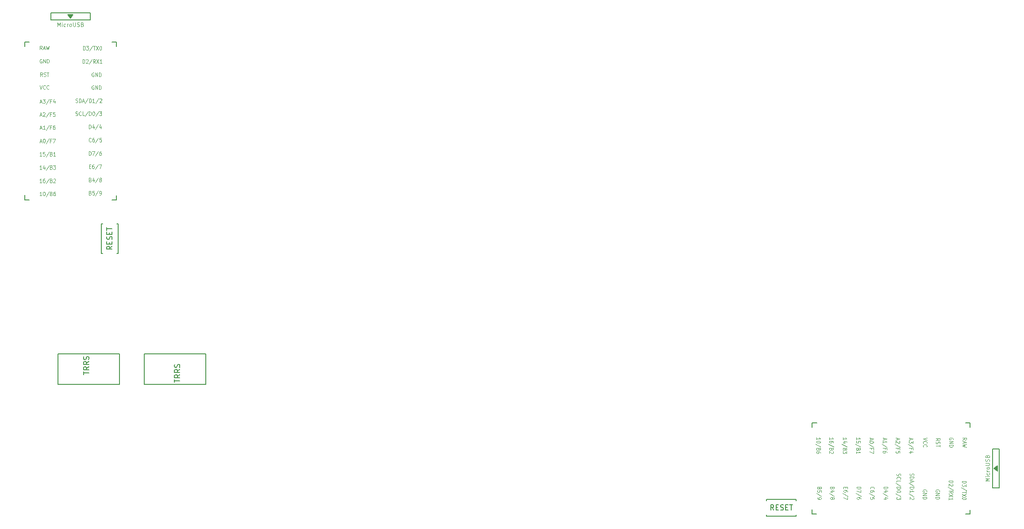
<source format=gbr>
%TF.GenerationSoftware,KiCad,Pcbnew,(5.1.9)-1*%
%TF.CreationDate,2021-02-13T03:00:00+09:00*%
%TF.ProjectId,yuiop63hhs,7975696f-7036-4336-9868-732e6b696361,1*%
%TF.SameCoordinates,Original*%
%TF.FileFunction,Legend,Top*%
%TF.FilePolarity,Positive*%
%FSLAX46Y46*%
G04 Gerber Fmt 4.6, Leading zero omitted, Abs format (unit mm)*
G04 Created by KiCad (PCBNEW (5.1.9)-1) date 2021-02-13 03:00:00*
%MOMM*%
%LPD*%
G01*
G04 APERTURE LIST*
%ADD10C,0.150000*%
%ADD11C,0.125000*%
%ADD12C,0.120000*%
G04 APERTURE END LIST*
D10*
%TO.C,J2*%
X218900000Y-169900000D02*
X207150000Y-169900000D01*
X218900000Y-164100000D02*
X218900000Y-169900000D01*
X207150000Y-164100000D02*
X218900000Y-164100000D01*
X207150000Y-169900000D02*
X207150000Y-164100000D01*
%TO.C,SW_RST1*%
X202100000Y-144850000D02*
X202100000Y-139150000D01*
X202100000Y-139150000D02*
X201850000Y-139150000D01*
X202100000Y-144850000D02*
X201850000Y-144850000D01*
X198900000Y-144850000D02*
X199150000Y-144850000D01*
X198900000Y-144850000D02*
X198900000Y-139150000D01*
X198900000Y-139150000D02*
X199150000Y-139150000D01*
%TO.C,SW_RST2*%
X331850000Y-191900000D02*
X331850000Y-192150000D01*
X326150000Y-191900000D02*
X331850000Y-191900000D01*
X326150000Y-191900000D02*
X326150000Y-192150000D01*
X326150000Y-195100000D02*
X326150000Y-194850000D01*
X331850000Y-195100000D02*
X331850000Y-194850000D01*
X326150000Y-195100000D02*
X331850000Y-195100000D01*
%TO.C,U1*%
X201750000Y-134600000D02*
X200890000Y-134600000D01*
X184250000Y-134600000D02*
X185100000Y-134600000D01*
X201750000Y-133750000D02*
X201750000Y-134600000D01*
X184250000Y-133700000D02*
X184250000Y-134600000D01*
X201750000Y-104400000D02*
X200950000Y-104400000D01*
X184250000Y-104400000D02*
X185100000Y-104400000D01*
X201750000Y-104400000D02*
X201750000Y-105250000D01*
X184250000Y-104400000D02*
X184250000Y-105250000D01*
X189250000Y-98800000D02*
X189250000Y-100100000D01*
X189250000Y-100100000D02*
X196750000Y-100100000D01*
X196750000Y-100100000D02*
X196750000Y-98800000D01*
X196750000Y-98800000D02*
X189250000Y-98800000D01*
X192500000Y-99150000D02*
X193500000Y-99150000D01*
X193500000Y-99150000D02*
X193000000Y-99800000D01*
X193000000Y-99800000D02*
X192500000Y-99150000D01*
X192650000Y-99300000D02*
X193350000Y-99300000D01*
X192750000Y-99450000D02*
X193250000Y-99450000D01*
X192850000Y-99600000D02*
X193150000Y-99600000D01*
%TO.C,U2*%
X369900000Y-185850000D02*
X369900000Y-186150000D01*
X370050000Y-185750000D02*
X370050000Y-186250000D01*
X370200000Y-185650000D02*
X370200000Y-186350000D01*
X369700000Y-186000000D02*
X370350000Y-185500000D01*
X370350000Y-186500000D02*
X369700000Y-186000000D01*
X370350000Y-185500000D02*
X370350000Y-186500000D01*
X370700000Y-189750000D02*
X370700000Y-182250000D01*
X369400000Y-189750000D02*
X370700000Y-189750000D01*
X369400000Y-182250000D02*
X369400000Y-189750000D01*
X370700000Y-182250000D02*
X369400000Y-182250000D01*
X365100000Y-177250000D02*
X364250000Y-177250000D01*
X365100000Y-194750000D02*
X364250000Y-194750000D01*
X365100000Y-177250000D02*
X365100000Y-178100000D01*
X365100000Y-194750000D02*
X365100000Y-193950000D01*
X335800000Y-177250000D02*
X334900000Y-177250000D01*
X335750000Y-194750000D02*
X334900000Y-194750000D01*
X334900000Y-177250000D02*
X334900000Y-178100000D01*
X334900000Y-194750000D02*
X334900000Y-193890000D01*
%TO.C,J1*%
X202350000Y-164100000D02*
X202350000Y-169900000D01*
X202350000Y-169900000D02*
X190600000Y-169900000D01*
X190600000Y-169900000D02*
X190600000Y-164100000D01*
X190600000Y-164100000D02*
X202350000Y-164100000D01*
%TO.C,J2*%
X212902380Y-169511904D02*
X212902380Y-168940476D01*
X213902380Y-169226190D02*
X212902380Y-169226190D01*
X213902380Y-168035714D02*
X213426190Y-168369047D01*
X213902380Y-168607142D02*
X212902380Y-168607142D01*
X212902380Y-168226190D01*
X212950000Y-168130952D01*
X212997619Y-168083333D01*
X213092857Y-168035714D01*
X213235714Y-168035714D01*
X213330952Y-168083333D01*
X213378571Y-168130952D01*
X213426190Y-168226190D01*
X213426190Y-168607142D01*
X213902380Y-167035714D02*
X213426190Y-167369047D01*
X213902380Y-167607142D02*
X212902380Y-167607142D01*
X212902380Y-167226190D01*
X212950000Y-167130952D01*
X212997619Y-167083333D01*
X213092857Y-167035714D01*
X213235714Y-167035714D01*
X213330952Y-167083333D01*
X213378571Y-167130952D01*
X213426190Y-167226190D01*
X213426190Y-167607142D01*
X213854761Y-166654761D02*
X213902380Y-166511904D01*
X213902380Y-166273809D01*
X213854761Y-166178571D01*
X213807142Y-166130952D01*
X213711904Y-166083333D01*
X213616666Y-166083333D01*
X213521428Y-166130952D01*
X213473809Y-166178571D01*
X213426190Y-166273809D01*
X213378571Y-166464285D01*
X213330952Y-166559523D01*
X213283333Y-166607142D01*
X213188095Y-166654761D01*
X213092857Y-166654761D01*
X212997619Y-166607142D01*
X212950000Y-166559523D01*
X212902380Y-166464285D01*
X212902380Y-166226190D01*
X212950000Y-166083333D01*
%TO.C,SW_RST1*%
X200952380Y-143452380D02*
X200476190Y-143785714D01*
X200952380Y-144023809D02*
X199952380Y-144023809D01*
X199952380Y-143642857D01*
X200000000Y-143547619D01*
X200047619Y-143500000D01*
X200142857Y-143452380D01*
X200285714Y-143452380D01*
X200380952Y-143500000D01*
X200428571Y-143547619D01*
X200476190Y-143642857D01*
X200476190Y-144023809D01*
X200428571Y-143023809D02*
X200428571Y-142690476D01*
X200952380Y-142547619D02*
X200952380Y-143023809D01*
X199952380Y-143023809D01*
X199952380Y-142547619D01*
X200904761Y-142166666D02*
X200952380Y-142023809D01*
X200952380Y-141785714D01*
X200904761Y-141690476D01*
X200857142Y-141642857D01*
X200761904Y-141595238D01*
X200666666Y-141595238D01*
X200571428Y-141642857D01*
X200523809Y-141690476D01*
X200476190Y-141785714D01*
X200428571Y-141976190D01*
X200380952Y-142071428D01*
X200333333Y-142119047D01*
X200238095Y-142166666D01*
X200142857Y-142166666D01*
X200047619Y-142119047D01*
X200000000Y-142071428D01*
X199952380Y-141976190D01*
X199952380Y-141738095D01*
X200000000Y-141595238D01*
X200428571Y-141166666D02*
X200428571Y-140833333D01*
X200952380Y-140690476D02*
X200952380Y-141166666D01*
X199952380Y-141166666D01*
X199952380Y-140690476D01*
X199952380Y-140404761D02*
X199952380Y-139833333D01*
X200952380Y-140119047D02*
X199952380Y-140119047D01*
%TO.C,SW_RST2*%
X327547619Y-193952380D02*
X327214285Y-193476190D01*
X326976190Y-193952380D02*
X326976190Y-192952380D01*
X327357142Y-192952380D01*
X327452380Y-193000000D01*
X327500000Y-193047619D01*
X327547619Y-193142857D01*
X327547619Y-193285714D01*
X327500000Y-193380952D01*
X327452380Y-193428571D01*
X327357142Y-193476190D01*
X326976190Y-193476190D01*
X327976190Y-193428571D02*
X328309523Y-193428571D01*
X328452380Y-193952380D02*
X327976190Y-193952380D01*
X327976190Y-192952380D01*
X328452380Y-192952380D01*
X328833333Y-193904761D02*
X328976190Y-193952380D01*
X329214285Y-193952380D01*
X329309523Y-193904761D01*
X329357142Y-193857142D01*
X329404761Y-193761904D01*
X329404761Y-193666666D01*
X329357142Y-193571428D01*
X329309523Y-193523809D01*
X329214285Y-193476190D01*
X329023809Y-193428571D01*
X328928571Y-193380952D01*
X328880952Y-193333333D01*
X328833333Y-193238095D01*
X328833333Y-193142857D01*
X328880952Y-193047619D01*
X328928571Y-193000000D01*
X329023809Y-192952380D01*
X329261904Y-192952380D01*
X329404761Y-193000000D01*
X329833333Y-193428571D02*
X330166666Y-193428571D01*
X330309523Y-193952380D02*
X329833333Y-193952380D01*
X329833333Y-192952380D01*
X330309523Y-192952380D01*
X330595238Y-192952380D02*
X331166666Y-192952380D01*
X330880952Y-193952380D02*
X330880952Y-192952380D01*
%TO.C,U1*%
D11*
X187542380Y-105839285D02*
X187319047Y-105482142D01*
X187159523Y-105839285D02*
X187159523Y-105089285D01*
X187414761Y-105089285D01*
X187478571Y-105125000D01*
X187510476Y-105160714D01*
X187542380Y-105232142D01*
X187542380Y-105339285D01*
X187510476Y-105410714D01*
X187478571Y-105446428D01*
X187414761Y-105482142D01*
X187159523Y-105482142D01*
X187797619Y-105625000D02*
X188116666Y-105625000D01*
X187733809Y-105839285D02*
X187957142Y-105089285D01*
X188180476Y-105839285D01*
X188340000Y-105089285D02*
X188499523Y-105839285D01*
X188627142Y-105303571D01*
X188754761Y-105839285D01*
X188914285Y-105089285D01*
X187494523Y-107675000D02*
X187430714Y-107639285D01*
X187335000Y-107639285D01*
X187239285Y-107675000D01*
X187175476Y-107746428D01*
X187143571Y-107817857D01*
X187111666Y-107960714D01*
X187111666Y-108067857D01*
X187143571Y-108210714D01*
X187175476Y-108282142D01*
X187239285Y-108353571D01*
X187335000Y-108389285D01*
X187398809Y-108389285D01*
X187494523Y-108353571D01*
X187526428Y-108317857D01*
X187526428Y-108067857D01*
X187398809Y-108067857D01*
X187813571Y-108389285D02*
X187813571Y-107639285D01*
X188196428Y-108389285D01*
X188196428Y-107639285D01*
X188515476Y-108389285D02*
X188515476Y-107639285D01*
X188675000Y-107639285D01*
X188770714Y-107675000D01*
X188834523Y-107746428D01*
X188866428Y-107817857D01*
X188898333Y-107960714D01*
X188898333Y-108067857D01*
X188866428Y-108210714D01*
X188834523Y-108282142D01*
X188770714Y-108353571D01*
X188675000Y-108389285D01*
X188515476Y-108389285D01*
X187638095Y-110939285D02*
X187414761Y-110582142D01*
X187255238Y-110939285D02*
X187255238Y-110189285D01*
X187510476Y-110189285D01*
X187574285Y-110225000D01*
X187606190Y-110260714D01*
X187638095Y-110332142D01*
X187638095Y-110439285D01*
X187606190Y-110510714D01*
X187574285Y-110546428D01*
X187510476Y-110582142D01*
X187255238Y-110582142D01*
X187893333Y-110903571D02*
X187989047Y-110939285D01*
X188148571Y-110939285D01*
X188212380Y-110903571D01*
X188244285Y-110867857D01*
X188276190Y-110796428D01*
X188276190Y-110725000D01*
X188244285Y-110653571D01*
X188212380Y-110617857D01*
X188148571Y-110582142D01*
X188020952Y-110546428D01*
X187957142Y-110510714D01*
X187925238Y-110475000D01*
X187893333Y-110403571D01*
X187893333Y-110332142D01*
X187925238Y-110260714D01*
X187957142Y-110225000D01*
X188020952Y-110189285D01*
X188180476Y-110189285D01*
X188276190Y-110225000D01*
X188467619Y-110189285D02*
X188850476Y-110189285D01*
X188659047Y-110939285D02*
X188659047Y-110189285D01*
X187111666Y-112639285D02*
X187335000Y-113389285D01*
X187558333Y-112639285D01*
X188164523Y-113317857D02*
X188132619Y-113353571D01*
X188036904Y-113389285D01*
X187973095Y-113389285D01*
X187877380Y-113353571D01*
X187813571Y-113282142D01*
X187781666Y-113210714D01*
X187749761Y-113067857D01*
X187749761Y-112960714D01*
X187781666Y-112817857D01*
X187813571Y-112746428D01*
X187877380Y-112675000D01*
X187973095Y-112639285D01*
X188036904Y-112639285D01*
X188132619Y-112675000D01*
X188164523Y-112710714D01*
X188834523Y-113317857D02*
X188802619Y-113353571D01*
X188706904Y-113389285D01*
X188643095Y-113389285D01*
X188547380Y-113353571D01*
X188483571Y-113282142D01*
X188451666Y-113210714D01*
X188419761Y-113067857D01*
X188419761Y-112960714D01*
X188451666Y-112817857D01*
X188483571Y-112746428D01*
X188547380Y-112675000D01*
X188643095Y-112639285D01*
X188706904Y-112639285D01*
X188802619Y-112675000D01*
X188834523Y-112710714D01*
X187169285Y-115875000D02*
X187488333Y-115875000D01*
X187105476Y-116089285D02*
X187328809Y-115339285D01*
X187552142Y-116089285D01*
X187711666Y-115339285D02*
X188126428Y-115339285D01*
X187903095Y-115625000D01*
X187998809Y-115625000D01*
X188062619Y-115660714D01*
X188094523Y-115696428D01*
X188126428Y-115767857D01*
X188126428Y-115946428D01*
X188094523Y-116017857D01*
X188062619Y-116053571D01*
X187998809Y-116089285D01*
X187807380Y-116089285D01*
X187743571Y-116053571D01*
X187711666Y-116017857D01*
X188892142Y-115303571D02*
X188317857Y-116267857D01*
X189338809Y-115696428D02*
X189115476Y-115696428D01*
X189115476Y-116089285D02*
X189115476Y-115339285D01*
X189434523Y-115339285D01*
X189976904Y-115589285D02*
X189976904Y-116089285D01*
X189817380Y-115303571D02*
X189657857Y-115839285D01*
X190072619Y-115839285D01*
X187169285Y-118375000D02*
X187488333Y-118375000D01*
X187105476Y-118589285D02*
X187328809Y-117839285D01*
X187552142Y-118589285D01*
X187743571Y-117910714D02*
X187775476Y-117875000D01*
X187839285Y-117839285D01*
X187998809Y-117839285D01*
X188062619Y-117875000D01*
X188094523Y-117910714D01*
X188126428Y-117982142D01*
X188126428Y-118053571D01*
X188094523Y-118160714D01*
X187711666Y-118589285D01*
X188126428Y-118589285D01*
X188892142Y-117803571D02*
X188317857Y-118767857D01*
X189338809Y-118196428D02*
X189115476Y-118196428D01*
X189115476Y-118589285D02*
X189115476Y-117839285D01*
X189434523Y-117839285D01*
X190008809Y-117839285D02*
X189689761Y-117839285D01*
X189657857Y-118196428D01*
X189689761Y-118160714D01*
X189753571Y-118125000D01*
X189913095Y-118125000D01*
X189976904Y-118160714D01*
X190008809Y-118196428D01*
X190040714Y-118267857D01*
X190040714Y-118446428D01*
X190008809Y-118517857D01*
X189976904Y-118553571D01*
X189913095Y-118589285D01*
X189753571Y-118589285D01*
X189689761Y-118553571D01*
X189657857Y-118517857D01*
X187169285Y-120875000D02*
X187488333Y-120875000D01*
X187105476Y-121089285D02*
X187328809Y-120339285D01*
X187552142Y-121089285D01*
X188126428Y-121089285D02*
X187743571Y-121089285D01*
X187935000Y-121089285D02*
X187935000Y-120339285D01*
X187871190Y-120446428D01*
X187807380Y-120517857D01*
X187743571Y-120553571D01*
X188892142Y-120303571D02*
X188317857Y-121267857D01*
X189338809Y-120696428D02*
X189115476Y-120696428D01*
X189115476Y-121089285D02*
X189115476Y-120339285D01*
X189434523Y-120339285D01*
X189976904Y-120339285D02*
X189849285Y-120339285D01*
X189785476Y-120375000D01*
X189753571Y-120410714D01*
X189689761Y-120517857D01*
X189657857Y-120660714D01*
X189657857Y-120946428D01*
X189689761Y-121017857D01*
X189721666Y-121053571D01*
X189785476Y-121089285D01*
X189913095Y-121089285D01*
X189976904Y-121053571D01*
X190008809Y-121017857D01*
X190040714Y-120946428D01*
X190040714Y-120767857D01*
X190008809Y-120696428D01*
X189976904Y-120660714D01*
X189913095Y-120625000D01*
X189785476Y-120625000D01*
X189721666Y-120660714D01*
X189689761Y-120696428D01*
X189657857Y-120767857D01*
X187169285Y-123425000D02*
X187488333Y-123425000D01*
X187105476Y-123639285D02*
X187328809Y-122889285D01*
X187552142Y-123639285D01*
X187903095Y-122889285D02*
X187966904Y-122889285D01*
X188030714Y-122925000D01*
X188062619Y-122960714D01*
X188094523Y-123032142D01*
X188126428Y-123175000D01*
X188126428Y-123353571D01*
X188094523Y-123496428D01*
X188062619Y-123567857D01*
X188030714Y-123603571D01*
X187966904Y-123639285D01*
X187903095Y-123639285D01*
X187839285Y-123603571D01*
X187807380Y-123567857D01*
X187775476Y-123496428D01*
X187743571Y-123353571D01*
X187743571Y-123175000D01*
X187775476Y-123032142D01*
X187807380Y-122960714D01*
X187839285Y-122925000D01*
X187903095Y-122889285D01*
X188892142Y-122853571D02*
X188317857Y-123817857D01*
X189338809Y-123246428D02*
X189115476Y-123246428D01*
X189115476Y-123639285D02*
X189115476Y-122889285D01*
X189434523Y-122889285D01*
X189625952Y-122889285D02*
X190072619Y-122889285D01*
X189785476Y-123639285D01*
X187472380Y-126189285D02*
X187089523Y-126189285D01*
X187280952Y-126189285D02*
X187280952Y-125439285D01*
X187217142Y-125546428D01*
X187153333Y-125617857D01*
X187089523Y-125653571D01*
X188078571Y-125439285D02*
X187759523Y-125439285D01*
X187727619Y-125796428D01*
X187759523Y-125760714D01*
X187823333Y-125725000D01*
X187982857Y-125725000D01*
X188046666Y-125760714D01*
X188078571Y-125796428D01*
X188110476Y-125867857D01*
X188110476Y-126046428D01*
X188078571Y-126117857D01*
X188046666Y-126153571D01*
X187982857Y-126189285D01*
X187823333Y-126189285D01*
X187759523Y-126153571D01*
X187727619Y-126117857D01*
X188876190Y-125403571D02*
X188301904Y-126367857D01*
X189322857Y-125796428D02*
X189418571Y-125832142D01*
X189450476Y-125867857D01*
X189482380Y-125939285D01*
X189482380Y-126046428D01*
X189450476Y-126117857D01*
X189418571Y-126153571D01*
X189354761Y-126189285D01*
X189099523Y-126189285D01*
X189099523Y-125439285D01*
X189322857Y-125439285D01*
X189386666Y-125475000D01*
X189418571Y-125510714D01*
X189450476Y-125582142D01*
X189450476Y-125653571D01*
X189418571Y-125725000D01*
X189386666Y-125760714D01*
X189322857Y-125796428D01*
X189099523Y-125796428D01*
X190120476Y-126189285D02*
X189737619Y-126189285D01*
X189929047Y-126189285D02*
X189929047Y-125439285D01*
X189865238Y-125546428D01*
X189801428Y-125617857D01*
X189737619Y-125653571D01*
X187472380Y-128739285D02*
X187089523Y-128739285D01*
X187280952Y-128739285D02*
X187280952Y-127989285D01*
X187217142Y-128096428D01*
X187153333Y-128167857D01*
X187089523Y-128203571D01*
X188046666Y-128239285D02*
X188046666Y-128739285D01*
X187887142Y-127953571D02*
X187727619Y-128489285D01*
X188142380Y-128489285D01*
X188876190Y-127953571D02*
X188301904Y-128917857D01*
X189322857Y-128346428D02*
X189418571Y-128382142D01*
X189450476Y-128417857D01*
X189482380Y-128489285D01*
X189482380Y-128596428D01*
X189450476Y-128667857D01*
X189418571Y-128703571D01*
X189354761Y-128739285D01*
X189099523Y-128739285D01*
X189099523Y-127989285D01*
X189322857Y-127989285D01*
X189386666Y-128025000D01*
X189418571Y-128060714D01*
X189450476Y-128132142D01*
X189450476Y-128203571D01*
X189418571Y-128275000D01*
X189386666Y-128310714D01*
X189322857Y-128346428D01*
X189099523Y-128346428D01*
X189705714Y-127989285D02*
X190120476Y-127989285D01*
X189897142Y-128275000D01*
X189992857Y-128275000D01*
X190056666Y-128310714D01*
X190088571Y-128346428D01*
X190120476Y-128417857D01*
X190120476Y-128596428D01*
X190088571Y-128667857D01*
X190056666Y-128703571D01*
X189992857Y-128739285D01*
X189801428Y-128739285D01*
X189737619Y-128703571D01*
X189705714Y-128667857D01*
X187472380Y-133789285D02*
X187089523Y-133789285D01*
X187280952Y-133789285D02*
X187280952Y-133039285D01*
X187217142Y-133146428D01*
X187153333Y-133217857D01*
X187089523Y-133253571D01*
X187887142Y-133039285D02*
X187950952Y-133039285D01*
X188014761Y-133075000D01*
X188046666Y-133110714D01*
X188078571Y-133182142D01*
X188110476Y-133325000D01*
X188110476Y-133503571D01*
X188078571Y-133646428D01*
X188046666Y-133717857D01*
X188014761Y-133753571D01*
X187950952Y-133789285D01*
X187887142Y-133789285D01*
X187823333Y-133753571D01*
X187791428Y-133717857D01*
X187759523Y-133646428D01*
X187727619Y-133503571D01*
X187727619Y-133325000D01*
X187759523Y-133182142D01*
X187791428Y-133110714D01*
X187823333Y-133075000D01*
X187887142Y-133039285D01*
X188876190Y-133003571D02*
X188301904Y-133967857D01*
X189322857Y-133396428D02*
X189418571Y-133432142D01*
X189450476Y-133467857D01*
X189482380Y-133539285D01*
X189482380Y-133646428D01*
X189450476Y-133717857D01*
X189418571Y-133753571D01*
X189354761Y-133789285D01*
X189099523Y-133789285D01*
X189099523Y-133039285D01*
X189322857Y-133039285D01*
X189386666Y-133075000D01*
X189418571Y-133110714D01*
X189450476Y-133182142D01*
X189450476Y-133253571D01*
X189418571Y-133325000D01*
X189386666Y-133360714D01*
X189322857Y-133396428D01*
X189099523Y-133396428D01*
X190056666Y-133039285D02*
X189929047Y-133039285D01*
X189865238Y-133075000D01*
X189833333Y-133110714D01*
X189769523Y-133217857D01*
X189737619Y-133360714D01*
X189737619Y-133646428D01*
X189769523Y-133717857D01*
X189801428Y-133753571D01*
X189865238Y-133789285D01*
X189992857Y-133789285D01*
X190056666Y-133753571D01*
X190088571Y-133717857D01*
X190120476Y-133646428D01*
X190120476Y-133467857D01*
X190088571Y-133396428D01*
X190056666Y-133360714D01*
X189992857Y-133325000D01*
X189865238Y-133325000D01*
X189801428Y-133360714D01*
X189769523Y-133396428D01*
X189737619Y-133467857D01*
X187472380Y-131289285D02*
X187089523Y-131289285D01*
X187280952Y-131289285D02*
X187280952Y-130539285D01*
X187217142Y-130646428D01*
X187153333Y-130717857D01*
X187089523Y-130753571D01*
X188046666Y-130539285D02*
X187919047Y-130539285D01*
X187855238Y-130575000D01*
X187823333Y-130610714D01*
X187759523Y-130717857D01*
X187727619Y-130860714D01*
X187727619Y-131146428D01*
X187759523Y-131217857D01*
X187791428Y-131253571D01*
X187855238Y-131289285D01*
X187982857Y-131289285D01*
X188046666Y-131253571D01*
X188078571Y-131217857D01*
X188110476Y-131146428D01*
X188110476Y-130967857D01*
X188078571Y-130896428D01*
X188046666Y-130860714D01*
X187982857Y-130825000D01*
X187855238Y-130825000D01*
X187791428Y-130860714D01*
X187759523Y-130896428D01*
X187727619Y-130967857D01*
X188876190Y-130503571D02*
X188301904Y-131467857D01*
X189322857Y-130896428D02*
X189418571Y-130932142D01*
X189450476Y-130967857D01*
X189482380Y-131039285D01*
X189482380Y-131146428D01*
X189450476Y-131217857D01*
X189418571Y-131253571D01*
X189354761Y-131289285D01*
X189099523Y-131289285D01*
X189099523Y-130539285D01*
X189322857Y-130539285D01*
X189386666Y-130575000D01*
X189418571Y-130610714D01*
X189450476Y-130682142D01*
X189450476Y-130753571D01*
X189418571Y-130825000D01*
X189386666Y-130860714D01*
X189322857Y-130896428D01*
X189099523Y-130896428D01*
X189737619Y-130610714D02*
X189769523Y-130575000D01*
X189833333Y-130539285D01*
X189992857Y-130539285D01*
X190056666Y-130575000D01*
X190088571Y-130610714D01*
X190120476Y-130682142D01*
X190120476Y-130753571D01*
X190088571Y-130860714D01*
X189705714Y-131289285D01*
X190120476Y-131289285D01*
X196572380Y-128196428D02*
X196795714Y-128196428D01*
X196891428Y-128589285D02*
X196572380Y-128589285D01*
X196572380Y-127839285D01*
X196891428Y-127839285D01*
X197465714Y-127839285D02*
X197338095Y-127839285D01*
X197274285Y-127875000D01*
X197242380Y-127910714D01*
X197178571Y-128017857D01*
X197146666Y-128160714D01*
X197146666Y-128446428D01*
X197178571Y-128517857D01*
X197210476Y-128553571D01*
X197274285Y-128589285D01*
X197401904Y-128589285D01*
X197465714Y-128553571D01*
X197497619Y-128517857D01*
X197529523Y-128446428D01*
X197529523Y-128267857D01*
X197497619Y-128196428D01*
X197465714Y-128160714D01*
X197401904Y-128125000D01*
X197274285Y-128125000D01*
X197210476Y-128160714D01*
X197178571Y-128196428D01*
X197146666Y-128267857D01*
X198295238Y-127803571D02*
X197720952Y-128767857D01*
X198454761Y-127839285D02*
X198901428Y-127839285D01*
X198614285Y-128589285D01*
X196540476Y-126039285D02*
X196540476Y-125289285D01*
X196700000Y-125289285D01*
X196795714Y-125325000D01*
X196859523Y-125396428D01*
X196891428Y-125467857D01*
X196923333Y-125610714D01*
X196923333Y-125717857D01*
X196891428Y-125860714D01*
X196859523Y-125932142D01*
X196795714Y-126003571D01*
X196700000Y-126039285D01*
X196540476Y-126039285D01*
X197146666Y-125289285D02*
X197593333Y-125289285D01*
X197306190Y-126039285D01*
X198327142Y-125253571D02*
X197752857Y-126217857D01*
X198837619Y-125289285D02*
X198710000Y-125289285D01*
X198646190Y-125325000D01*
X198614285Y-125360714D01*
X198550476Y-125467857D01*
X198518571Y-125610714D01*
X198518571Y-125896428D01*
X198550476Y-125967857D01*
X198582380Y-126003571D01*
X198646190Y-126039285D01*
X198773809Y-126039285D01*
X198837619Y-126003571D01*
X198869523Y-125967857D01*
X198901428Y-125896428D01*
X198901428Y-125717857D01*
X198869523Y-125646428D01*
X198837619Y-125610714D01*
X198773809Y-125575000D01*
X198646190Y-125575000D01*
X198582380Y-125610714D01*
X198550476Y-125646428D01*
X198518571Y-125717857D01*
X197444523Y-110275000D02*
X197380714Y-110239285D01*
X197285000Y-110239285D01*
X197189285Y-110275000D01*
X197125476Y-110346428D01*
X197093571Y-110417857D01*
X197061666Y-110560714D01*
X197061666Y-110667857D01*
X197093571Y-110810714D01*
X197125476Y-110882142D01*
X197189285Y-110953571D01*
X197285000Y-110989285D01*
X197348809Y-110989285D01*
X197444523Y-110953571D01*
X197476428Y-110917857D01*
X197476428Y-110667857D01*
X197348809Y-110667857D01*
X197763571Y-110989285D02*
X197763571Y-110239285D01*
X198146428Y-110989285D01*
X198146428Y-110239285D01*
X198465476Y-110989285D02*
X198465476Y-110239285D01*
X198625000Y-110239285D01*
X198720714Y-110275000D01*
X198784523Y-110346428D01*
X198816428Y-110417857D01*
X198848333Y-110560714D01*
X198848333Y-110667857D01*
X198816428Y-110810714D01*
X198784523Y-110882142D01*
X198720714Y-110953571D01*
X198625000Y-110989285D01*
X198465476Y-110989285D01*
X197444523Y-112725000D02*
X197380714Y-112689285D01*
X197285000Y-112689285D01*
X197189285Y-112725000D01*
X197125476Y-112796428D01*
X197093571Y-112867857D01*
X197061666Y-113010714D01*
X197061666Y-113117857D01*
X197093571Y-113260714D01*
X197125476Y-113332142D01*
X197189285Y-113403571D01*
X197285000Y-113439285D01*
X197348809Y-113439285D01*
X197444523Y-113403571D01*
X197476428Y-113367857D01*
X197476428Y-113117857D01*
X197348809Y-113117857D01*
X197763571Y-113439285D02*
X197763571Y-112689285D01*
X198146428Y-113439285D01*
X198146428Y-112689285D01*
X198465476Y-113439285D02*
X198465476Y-112689285D01*
X198625000Y-112689285D01*
X198720714Y-112725000D01*
X198784523Y-112796428D01*
X198816428Y-112867857D01*
X198848333Y-113010714D01*
X198848333Y-113117857D01*
X198816428Y-113260714D01*
X198784523Y-113332142D01*
X198720714Y-113403571D01*
X198625000Y-113439285D01*
X198465476Y-113439285D01*
X195416190Y-105889285D02*
X195416190Y-105139285D01*
X195575714Y-105139285D01*
X195671428Y-105175000D01*
X195735238Y-105246428D01*
X195767142Y-105317857D01*
X195799047Y-105460714D01*
X195799047Y-105567857D01*
X195767142Y-105710714D01*
X195735238Y-105782142D01*
X195671428Y-105853571D01*
X195575714Y-105889285D01*
X195416190Y-105889285D01*
X196022380Y-105139285D02*
X196437142Y-105139285D01*
X196213809Y-105425000D01*
X196309523Y-105425000D01*
X196373333Y-105460714D01*
X196405238Y-105496428D01*
X196437142Y-105567857D01*
X196437142Y-105746428D01*
X196405238Y-105817857D01*
X196373333Y-105853571D01*
X196309523Y-105889285D01*
X196118095Y-105889285D01*
X196054285Y-105853571D01*
X196022380Y-105817857D01*
X197202857Y-105103571D02*
X196628571Y-106067857D01*
X197330476Y-105139285D02*
X197713333Y-105139285D01*
X197521904Y-105889285D02*
X197521904Y-105139285D01*
X197872857Y-105139285D02*
X198319523Y-105889285D01*
X198319523Y-105139285D02*
X197872857Y-105889285D01*
X198702380Y-105139285D02*
X198766190Y-105139285D01*
X198830000Y-105175000D01*
X198861904Y-105210714D01*
X198893809Y-105282142D01*
X198925714Y-105425000D01*
X198925714Y-105603571D01*
X198893809Y-105746428D01*
X198861904Y-105817857D01*
X198830000Y-105853571D01*
X198766190Y-105889285D01*
X198702380Y-105889285D01*
X198638571Y-105853571D01*
X198606666Y-105817857D01*
X198574761Y-105746428D01*
X198542857Y-105603571D01*
X198542857Y-105425000D01*
X198574761Y-105282142D01*
X198606666Y-105210714D01*
X198638571Y-105175000D01*
X198702380Y-105139285D01*
X196540476Y-120939285D02*
X196540476Y-120189285D01*
X196700000Y-120189285D01*
X196795714Y-120225000D01*
X196859523Y-120296428D01*
X196891428Y-120367857D01*
X196923333Y-120510714D01*
X196923333Y-120617857D01*
X196891428Y-120760714D01*
X196859523Y-120832142D01*
X196795714Y-120903571D01*
X196700000Y-120939285D01*
X196540476Y-120939285D01*
X197497619Y-120439285D02*
X197497619Y-120939285D01*
X197338095Y-120153571D02*
X197178571Y-120689285D01*
X197593333Y-120689285D01*
X198327142Y-120153571D02*
X197752857Y-121117857D01*
X198837619Y-120439285D02*
X198837619Y-120939285D01*
X198678095Y-120153571D02*
X198518571Y-120689285D01*
X198933333Y-120689285D01*
X193966428Y-115903571D02*
X194062142Y-115939285D01*
X194221666Y-115939285D01*
X194285476Y-115903571D01*
X194317380Y-115867857D01*
X194349285Y-115796428D01*
X194349285Y-115725000D01*
X194317380Y-115653571D01*
X194285476Y-115617857D01*
X194221666Y-115582142D01*
X194094047Y-115546428D01*
X194030238Y-115510714D01*
X193998333Y-115475000D01*
X193966428Y-115403571D01*
X193966428Y-115332142D01*
X193998333Y-115260714D01*
X194030238Y-115225000D01*
X194094047Y-115189285D01*
X194253571Y-115189285D01*
X194349285Y-115225000D01*
X194636428Y-115939285D02*
X194636428Y-115189285D01*
X194795952Y-115189285D01*
X194891666Y-115225000D01*
X194955476Y-115296428D01*
X194987380Y-115367857D01*
X195019285Y-115510714D01*
X195019285Y-115617857D01*
X194987380Y-115760714D01*
X194955476Y-115832142D01*
X194891666Y-115903571D01*
X194795952Y-115939285D01*
X194636428Y-115939285D01*
X195274523Y-115725000D02*
X195593571Y-115725000D01*
X195210714Y-115939285D02*
X195434047Y-115189285D01*
X195657380Y-115939285D01*
X196359285Y-115153571D02*
X195785000Y-116117857D01*
X196582619Y-115939285D02*
X196582619Y-115189285D01*
X196742142Y-115189285D01*
X196837857Y-115225000D01*
X196901666Y-115296428D01*
X196933571Y-115367857D01*
X196965476Y-115510714D01*
X196965476Y-115617857D01*
X196933571Y-115760714D01*
X196901666Y-115832142D01*
X196837857Y-115903571D01*
X196742142Y-115939285D01*
X196582619Y-115939285D01*
X197603571Y-115939285D02*
X197220714Y-115939285D01*
X197412142Y-115939285D02*
X197412142Y-115189285D01*
X197348333Y-115296428D01*
X197284523Y-115367857D01*
X197220714Y-115403571D01*
X198369285Y-115153571D02*
X197795000Y-116117857D01*
X198560714Y-115260714D02*
X198592619Y-115225000D01*
X198656428Y-115189285D01*
X198815952Y-115189285D01*
X198879761Y-115225000D01*
X198911666Y-115260714D01*
X198943571Y-115332142D01*
X198943571Y-115403571D01*
X198911666Y-115510714D01*
X198528809Y-115939285D01*
X198943571Y-115939285D01*
X193982380Y-118403571D02*
X194078095Y-118439285D01*
X194237619Y-118439285D01*
X194301428Y-118403571D01*
X194333333Y-118367857D01*
X194365238Y-118296428D01*
X194365238Y-118225000D01*
X194333333Y-118153571D01*
X194301428Y-118117857D01*
X194237619Y-118082142D01*
X194110000Y-118046428D01*
X194046190Y-118010714D01*
X194014285Y-117975000D01*
X193982380Y-117903571D01*
X193982380Y-117832142D01*
X194014285Y-117760714D01*
X194046190Y-117725000D01*
X194110000Y-117689285D01*
X194269523Y-117689285D01*
X194365238Y-117725000D01*
X195035238Y-118367857D02*
X195003333Y-118403571D01*
X194907619Y-118439285D01*
X194843809Y-118439285D01*
X194748095Y-118403571D01*
X194684285Y-118332142D01*
X194652380Y-118260714D01*
X194620476Y-118117857D01*
X194620476Y-118010714D01*
X194652380Y-117867857D01*
X194684285Y-117796428D01*
X194748095Y-117725000D01*
X194843809Y-117689285D01*
X194907619Y-117689285D01*
X195003333Y-117725000D01*
X195035238Y-117760714D01*
X195641428Y-118439285D02*
X195322380Y-118439285D01*
X195322380Y-117689285D01*
X196343333Y-117653571D02*
X195769047Y-118617857D01*
X196566666Y-118439285D02*
X196566666Y-117689285D01*
X196726190Y-117689285D01*
X196821904Y-117725000D01*
X196885714Y-117796428D01*
X196917619Y-117867857D01*
X196949523Y-118010714D01*
X196949523Y-118117857D01*
X196917619Y-118260714D01*
X196885714Y-118332142D01*
X196821904Y-118403571D01*
X196726190Y-118439285D01*
X196566666Y-118439285D01*
X197364285Y-117689285D02*
X197428095Y-117689285D01*
X197491904Y-117725000D01*
X197523809Y-117760714D01*
X197555714Y-117832142D01*
X197587619Y-117975000D01*
X197587619Y-118153571D01*
X197555714Y-118296428D01*
X197523809Y-118367857D01*
X197491904Y-118403571D01*
X197428095Y-118439285D01*
X197364285Y-118439285D01*
X197300476Y-118403571D01*
X197268571Y-118367857D01*
X197236666Y-118296428D01*
X197204761Y-118153571D01*
X197204761Y-117975000D01*
X197236666Y-117832142D01*
X197268571Y-117760714D01*
X197300476Y-117725000D01*
X197364285Y-117689285D01*
X198353333Y-117653571D02*
X197779047Y-118617857D01*
X198512857Y-117689285D02*
X198927619Y-117689285D01*
X198704285Y-117975000D01*
X198800000Y-117975000D01*
X198863809Y-118010714D01*
X198895714Y-118046428D01*
X198927619Y-118117857D01*
X198927619Y-118296428D01*
X198895714Y-118367857D01*
X198863809Y-118403571D01*
X198800000Y-118439285D01*
X198608571Y-118439285D01*
X198544761Y-118403571D01*
X198512857Y-118367857D01*
X196923333Y-123417857D02*
X196891428Y-123453571D01*
X196795714Y-123489285D01*
X196731904Y-123489285D01*
X196636190Y-123453571D01*
X196572380Y-123382142D01*
X196540476Y-123310714D01*
X196508571Y-123167857D01*
X196508571Y-123060714D01*
X196540476Y-122917857D01*
X196572380Y-122846428D01*
X196636190Y-122775000D01*
X196731904Y-122739285D01*
X196795714Y-122739285D01*
X196891428Y-122775000D01*
X196923333Y-122810714D01*
X197497619Y-122739285D02*
X197370000Y-122739285D01*
X197306190Y-122775000D01*
X197274285Y-122810714D01*
X197210476Y-122917857D01*
X197178571Y-123060714D01*
X197178571Y-123346428D01*
X197210476Y-123417857D01*
X197242380Y-123453571D01*
X197306190Y-123489285D01*
X197433809Y-123489285D01*
X197497619Y-123453571D01*
X197529523Y-123417857D01*
X197561428Y-123346428D01*
X197561428Y-123167857D01*
X197529523Y-123096428D01*
X197497619Y-123060714D01*
X197433809Y-123025000D01*
X197306190Y-123025000D01*
X197242380Y-123060714D01*
X197210476Y-123096428D01*
X197178571Y-123167857D01*
X198327142Y-122703571D02*
X197752857Y-123667857D01*
X198869523Y-122739285D02*
X198550476Y-122739285D01*
X198518571Y-123096428D01*
X198550476Y-123060714D01*
X198614285Y-123025000D01*
X198773809Y-123025000D01*
X198837619Y-123060714D01*
X198869523Y-123096428D01*
X198901428Y-123167857D01*
X198901428Y-123346428D01*
X198869523Y-123417857D01*
X198837619Y-123453571D01*
X198773809Y-123489285D01*
X198614285Y-123489285D01*
X198550476Y-123453571D01*
X198518571Y-123417857D01*
X196763809Y-133246428D02*
X196859523Y-133282142D01*
X196891428Y-133317857D01*
X196923333Y-133389285D01*
X196923333Y-133496428D01*
X196891428Y-133567857D01*
X196859523Y-133603571D01*
X196795714Y-133639285D01*
X196540476Y-133639285D01*
X196540476Y-132889285D01*
X196763809Y-132889285D01*
X196827619Y-132925000D01*
X196859523Y-132960714D01*
X196891428Y-133032142D01*
X196891428Y-133103571D01*
X196859523Y-133175000D01*
X196827619Y-133210714D01*
X196763809Y-133246428D01*
X196540476Y-133246428D01*
X197529523Y-132889285D02*
X197210476Y-132889285D01*
X197178571Y-133246428D01*
X197210476Y-133210714D01*
X197274285Y-133175000D01*
X197433809Y-133175000D01*
X197497619Y-133210714D01*
X197529523Y-133246428D01*
X197561428Y-133317857D01*
X197561428Y-133496428D01*
X197529523Y-133567857D01*
X197497619Y-133603571D01*
X197433809Y-133639285D01*
X197274285Y-133639285D01*
X197210476Y-133603571D01*
X197178571Y-133567857D01*
X198327142Y-132853571D02*
X197752857Y-133817857D01*
X198582380Y-133639285D02*
X198710000Y-133639285D01*
X198773809Y-133603571D01*
X198805714Y-133567857D01*
X198869523Y-133460714D01*
X198901428Y-133317857D01*
X198901428Y-133032142D01*
X198869523Y-132960714D01*
X198837619Y-132925000D01*
X198773809Y-132889285D01*
X198646190Y-132889285D01*
X198582380Y-132925000D01*
X198550476Y-132960714D01*
X198518571Y-133032142D01*
X198518571Y-133210714D01*
X198550476Y-133282142D01*
X198582380Y-133317857D01*
X198646190Y-133353571D01*
X198773809Y-133353571D01*
X198837619Y-133317857D01*
X198869523Y-133282142D01*
X198901428Y-133210714D01*
X195336428Y-108439285D02*
X195336428Y-107689285D01*
X195495952Y-107689285D01*
X195591666Y-107725000D01*
X195655476Y-107796428D01*
X195687380Y-107867857D01*
X195719285Y-108010714D01*
X195719285Y-108117857D01*
X195687380Y-108260714D01*
X195655476Y-108332142D01*
X195591666Y-108403571D01*
X195495952Y-108439285D01*
X195336428Y-108439285D01*
X195974523Y-107760714D02*
X196006428Y-107725000D01*
X196070238Y-107689285D01*
X196229761Y-107689285D01*
X196293571Y-107725000D01*
X196325476Y-107760714D01*
X196357380Y-107832142D01*
X196357380Y-107903571D01*
X196325476Y-108010714D01*
X195942619Y-108439285D01*
X196357380Y-108439285D01*
X197123095Y-107653571D02*
X196548809Y-108617857D01*
X197729285Y-108439285D02*
X197505952Y-108082142D01*
X197346428Y-108439285D02*
X197346428Y-107689285D01*
X197601666Y-107689285D01*
X197665476Y-107725000D01*
X197697380Y-107760714D01*
X197729285Y-107832142D01*
X197729285Y-107939285D01*
X197697380Y-108010714D01*
X197665476Y-108046428D01*
X197601666Y-108082142D01*
X197346428Y-108082142D01*
X197952619Y-107689285D02*
X198399285Y-108439285D01*
X198399285Y-107689285D02*
X197952619Y-108439285D01*
X199005476Y-108439285D02*
X198622619Y-108439285D01*
X198814047Y-108439285D02*
X198814047Y-107689285D01*
X198750238Y-107796428D01*
X198686428Y-107867857D01*
X198622619Y-107903571D01*
X196763809Y-130746428D02*
X196859523Y-130782142D01*
X196891428Y-130817857D01*
X196923333Y-130889285D01*
X196923333Y-130996428D01*
X196891428Y-131067857D01*
X196859523Y-131103571D01*
X196795714Y-131139285D01*
X196540476Y-131139285D01*
X196540476Y-130389285D01*
X196763809Y-130389285D01*
X196827619Y-130425000D01*
X196859523Y-130460714D01*
X196891428Y-130532142D01*
X196891428Y-130603571D01*
X196859523Y-130675000D01*
X196827619Y-130710714D01*
X196763809Y-130746428D01*
X196540476Y-130746428D01*
X197497619Y-130639285D02*
X197497619Y-131139285D01*
X197338095Y-130353571D02*
X197178571Y-130889285D01*
X197593333Y-130889285D01*
X198327142Y-130353571D02*
X197752857Y-131317857D01*
X198646190Y-130710714D02*
X198582380Y-130675000D01*
X198550476Y-130639285D01*
X198518571Y-130567857D01*
X198518571Y-130532142D01*
X198550476Y-130460714D01*
X198582380Y-130425000D01*
X198646190Y-130389285D01*
X198773809Y-130389285D01*
X198837619Y-130425000D01*
X198869523Y-130460714D01*
X198901428Y-130532142D01*
X198901428Y-130567857D01*
X198869523Y-130639285D01*
X198837619Y-130675000D01*
X198773809Y-130710714D01*
X198646190Y-130710714D01*
X198582380Y-130746428D01*
X198550476Y-130782142D01*
X198518571Y-130853571D01*
X198518571Y-130996428D01*
X198550476Y-131067857D01*
X198582380Y-131103571D01*
X198646190Y-131139285D01*
X198773809Y-131139285D01*
X198837619Y-131103571D01*
X198869523Y-131067857D01*
X198901428Y-130996428D01*
X198901428Y-130853571D01*
X198869523Y-130782142D01*
X198837619Y-130746428D01*
X198773809Y-130710714D01*
D12*
X190503571Y-101389285D02*
X190503571Y-100639285D01*
X190753571Y-101175000D01*
X191003571Y-100639285D01*
X191003571Y-101389285D01*
X191360714Y-101389285D02*
X191360714Y-100889285D01*
X191360714Y-100639285D02*
X191325000Y-100675000D01*
X191360714Y-100710714D01*
X191396428Y-100675000D01*
X191360714Y-100639285D01*
X191360714Y-100710714D01*
X192039285Y-101353571D02*
X191967857Y-101389285D01*
X191825000Y-101389285D01*
X191753571Y-101353571D01*
X191717857Y-101317857D01*
X191682142Y-101246428D01*
X191682142Y-101032142D01*
X191717857Y-100960714D01*
X191753571Y-100925000D01*
X191825000Y-100889285D01*
X191967857Y-100889285D01*
X192039285Y-100925000D01*
X192360714Y-101389285D02*
X192360714Y-100889285D01*
X192360714Y-101032142D02*
X192396428Y-100960714D01*
X192432142Y-100925000D01*
X192503571Y-100889285D01*
X192575000Y-100889285D01*
X192932142Y-101389285D02*
X192860714Y-101353571D01*
X192825000Y-101317857D01*
X192789285Y-101246428D01*
X192789285Y-101032142D01*
X192825000Y-100960714D01*
X192860714Y-100925000D01*
X192932142Y-100889285D01*
X193039285Y-100889285D01*
X193110714Y-100925000D01*
X193146428Y-100960714D01*
X193182142Y-101032142D01*
X193182142Y-101246428D01*
X193146428Y-101317857D01*
X193110714Y-101353571D01*
X193039285Y-101389285D01*
X192932142Y-101389285D01*
X193503571Y-100639285D02*
X193503571Y-101246428D01*
X193539285Y-101317857D01*
X193575000Y-101353571D01*
X193646428Y-101389285D01*
X193789285Y-101389285D01*
X193860714Y-101353571D01*
X193896428Y-101317857D01*
X193932142Y-101246428D01*
X193932142Y-100639285D01*
X194253571Y-101353571D02*
X194360714Y-101389285D01*
X194539285Y-101389285D01*
X194610714Y-101353571D01*
X194646428Y-101317857D01*
X194682142Y-101246428D01*
X194682142Y-101175000D01*
X194646428Y-101103571D01*
X194610714Y-101067857D01*
X194539285Y-101032142D01*
X194396428Y-100996428D01*
X194325000Y-100960714D01*
X194289285Y-100925000D01*
X194253571Y-100853571D01*
X194253571Y-100782142D01*
X194289285Y-100710714D01*
X194325000Y-100675000D01*
X194396428Y-100639285D01*
X194575000Y-100639285D01*
X194682142Y-100675000D01*
X195253571Y-100996428D02*
X195360714Y-101032142D01*
X195396428Y-101067857D01*
X195432142Y-101139285D01*
X195432142Y-101246428D01*
X195396428Y-101317857D01*
X195360714Y-101353571D01*
X195289285Y-101389285D01*
X195003571Y-101389285D01*
X195003571Y-100639285D01*
X195253571Y-100639285D01*
X195325000Y-100675000D01*
X195360714Y-100710714D01*
X195396428Y-100782142D01*
X195396428Y-100853571D01*
X195360714Y-100925000D01*
X195325000Y-100960714D01*
X195253571Y-100996428D01*
X195003571Y-100996428D01*
X190503571Y-101389285D02*
X190503571Y-100639285D01*
X190753571Y-101175000D01*
X191003571Y-100639285D01*
X191003571Y-101389285D01*
X191360714Y-101389285D02*
X191360714Y-100889285D01*
X191360714Y-100639285D02*
X191325000Y-100675000D01*
X191360714Y-100710714D01*
X191396428Y-100675000D01*
X191360714Y-100639285D01*
X191360714Y-100710714D01*
X192039285Y-101353571D02*
X191967857Y-101389285D01*
X191825000Y-101389285D01*
X191753571Y-101353571D01*
X191717857Y-101317857D01*
X191682142Y-101246428D01*
X191682142Y-101032142D01*
X191717857Y-100960714D01*
X191753571Y-100925000D01*
X191825000Y-100889285D01*
X191967857Y-100889285D01*
X192039285Y-100925000D01*
X192360714Y-101389285D02*
X192360714Y-100889285D01*
X192360714Y-101032142D02*
X192396428Y-100960714D01*
X192432142Y-100925000D01*
X192503571Y-100889285D01*
X192575000Y-100889285D01*
X192932142Y-101389285D02*
X192860714Y-101353571D01*
X192825000Y-101317857D01*
X192789285Y-101246428D01*
X192789285Y-101032142D01*
X192825000Y-100960714D01*
X192860714Y-100925000D01*
X192932142Y-100889285D01*
X193039285Y-100889285D01*
X193110714Y-100925000D01*
X193146428Y-100960714D01*
X193182142Y-101032142D01*
X193182142Y-101246428D01*
X193146428Y-101317857D01*
X193110714Y-101353571D01*
X193039285Y-101389285D01*
X192932142Y-101389285D01*
X193503571Y-100639285D02*
X193503571Y-101246428D01*
X193539285Y-101317857D01*
X193575000Y-101353571D01*
X193646428Y-101389285D01*
X193789285Y-101389285D01*
X193860714Y-101353571D01*
X193896428Y-101317857D01*
X193932142Y-101246428D01*
X193932142Y-100639285D01*
X194253571Y-101353571D02*
X194360714Y-101389285D01*
X194539285Y-101389285D01*
X194610714Y-101353571D01*
X194646428Y-101317857D01*
X194682142Y-101246428D01*
X194682142Y-101175000D01*
X194646428Y-101103571D01*
X194610714Y-101067857D01*
X194539285Y-101032142D01*
X194396428Y-100996428D01*
X194325000Y-100960714D01*
X194289285Y-100925000D01*
X194253571Y-100853571D01*
X194253571Y-100782142D01*
X194289285Y-100710714D01*
X194325000Y-100675000D01*
X194396428Y-100639285D01*
X194575000Y-100639285D01*
X194682142Y-100675000D01*
X195253571Y-100996428D02*
X195360714Y-101032142D01*
X195396428Y-101067857D01*
X195432142Y-101139285D01*
X195432142Y-101246428D01*
X195396428Y-101317857D01*
X195360714Y-101353571D01*
X195289285Y-101389285D01*
X195003571Y-101389285D01*
X195003571Y-100639285D01*
X195253571Y-100639285D01*
X195325000Y-100675000D01*
X195360714Y-100710714D01*
X195396428Y-100782142D01*
X195396428Y-100853571D01*
X195360714Y-100925000D01*
X195325000Y-100960714D01*
X195253571Y-100996428D01*
X195003571Y-100996428D01*
%TO.C,U2*%
X368789285Y-188396428D02*
X368039285Y-188396428D01*
X368575000Y-188146428D01*
X368039285Y-187896428D01*
X368789285Y-187896428D01*
X368789285Y-187539285D02*
X368289285Y-187539285D01*
X368039285Y-187539285D02*
X368075000Y-187575000D01*
X368110714Y-187539285D01*
X368075000Y-187503571D01*
X368039285Y-187539285D01*
X368110714Y-187539285D01*
X368753571Y-186860714D02*
X368789285Y-186932142D01*
X368789285Y-187075000D01*
X368753571Y-187146428D01*
X368717857Y-187182142D01*
X368646428Y-187217857D01*
X368432142Y-187217857D01*
X368360714Y-187182142D01*
X368325000Y-187146428D01*
X368289285Y-187075000D01*
X368289285Y-186932142D01*
X368325000Y-186860714D01*
X368789285Y-186539285D02*
X368289285Y-186539285D01*
X368432142Y-186539285D02*
X368360714Y-186503571D01*
X368325000Y-186467857D01*
X368289285Y-186396428D01*
X368289285Y-186325000D01*
X368789285Y-185967857D02*
X368753571Y-186039285D01*
X368717857Y-186075000D01*
X368646428Y-186110714D01*
X368432142Y-186110714D01*
X368360714Y-186075000D01*
X368325000Y-186039285D01*
X368289285Y-185967857D01*
X368289285Y-185860714D01*
X368325000Y-185789285D01*
X368360714Y-185753571D01*
X368432142Y-185717857D01*
X368646428Y-185717857D01*
X368717857Y-185753571D01*
X368753571Y-185789285D01*
X368789285Y-185860714D01*
X368789285Y-185967857D01*
X368039285Y-185396428D02*
X368646428Y-185396428D01*
X368717857Y-185360714D01*
X368753571Y-185325000D01*
X368789285Y-185253571D01*
X368789285Y-185110714D01*
X368753571Y-185039285D01*
X368717857Y-185003571D01*
X368646428Y-184967857D01*
X368039285Y-184967857D01*
X368753571Y-184646428D02*
X368789285Y-184539285D01*
X368789285Y-184360714D01*
X368753571Y-184289285D01*
X368717857Y-184253571D01*
X368646428Y-184217857D01*
X368575000Y-184217857D01*
X368503571Y-184253571D01*
X368467857Y-184289285D01*
X368432142Y-184360714D01*
X368396428Y-184503571D01*
X368360714Y-184575000D01*
X368325000Y-184610714D01*
X368253571Y-184646428D01*
X368182142Y-184646428D01*
X368110714Y-184610714D01*
X368075000Y-184575000D01*
X368039285Y-184503571D01*
X368039285Y-184325000D01*
X368075000Y-184217857D01*
X368396428Y-183646428D02*
X368432142Y-183539285D01*
X368467857Y-183503571D01*
X368539285Y-183467857D01*
X368646428Y-183467857D01*
X368717857Y-183503571D01*
X368753571Y-183539285D01*
X368789285Y-183610714D01*
X368789285Y-183896428D01*
X368039285Y-183896428D01*
X368039285Y-183646428D01*
X368075000Y-183575000D01*
X368110714Y-183539285D01*
X368182142Y-183503571D01*
X368253571Y-183503571D01*
X368325000Y-183539285D01*
X368360714Y-183575000D01*
X368396428Y-183646428D01*
X368396428Y-183896428D01*
X368789285Y-188396428D02*
X368039285Y-188396428D01*
X368575000Y-188146428D01*
X368039285Y-187896428D01*
X368789285Y-187896428D01*
X368789285Y-187539285D02*
X368289285Y-187539285D01*
X368039285Y-187539285D02*
X368075000Y-187575000D01*
X368110714Y-187539285D01*
X368075000Y-187503571D01*
X368039285Y-187539285D01*
X368110714Y-187539285D01*
X368753571Y-186860714D02*
X368789285Y-186932142D01*
X368789285Y-187075000D01*
X368753571Y-187146428D01*
X368717857Y-187182142D01*
X368646428Y-187217857D01*
X368432142Y-187217857D01*
X368360714Y-187182142D01*
X368325000Y-187146428D01*
X368289285Y-187075000D01*
X368289285Y-186932142D01*
X368325000Y-186860714D01*
X368789285Y-186539285D02*
X368289285Y-186539285D01*
X368432142Y-186539285D02*
X368360714Y-186503571D01*
X368325000Y-186467857D01*
X368289285Y-186396428D01*
X368289285Y-186325000D01*
X368789285Y-185967857D02*
X368753571Y-186039285D01*
X368717857Y-186075000D01*
X368646428Y-186110714D01*
X368432142Y-186110714D01*
X368360714Y-186075000D01*
X368325000Y-186039285D01*
X368289285Y-185967857D01*
X368289285Y-185860714D01*
X368325000Y-185789285D01*
X368360714Y-185753571D01*
X368432142Y-185717857D01*
X368646428Y-185717857D01*
X368717857Y-185753571D01*
X368753571Y-185789285D01*
X368789285Y-185860714D01*
X368789285Y-185967857D01*
X368039285Y-185396428D02*
X368646428Y-185396428D01*
X368717857Y-185360714D01*
X368753571Y-185325000D01*
X368789285Y-185253571D01*
X368789285Y-185110714D01*
X368753571Y-185039285D01*
X368717857Y-185003571D01*
X368646428Y-184967857D01*
X368039285Y-184967857D01*
X368753571Y-184646428D02*
X368789285Y-184539285D01*
X368789285Y-184360714D01*
X368753571Y-184289285D01*
X368717857Y-184253571D01*
X368646428Y-184217857D01*
X368575000Y-184217857D01*
X368503571Y-184253571D01*
X368467857Y-184289285D01*
X368432142Y-184360714D01*
X368396428Y-184503571D01*
X368360714Y-184575000D01*
X368325000Y-184610714D01*
X368253571Y-184646428D01*
X368182142Y-184646428D01*
X368110714Y-184610714D01*
X368075000Y-184575000D01*
X368039285Y-184503571D01*
X368039285Y-184325000D01*
X368075000Y-184217857D01*
X368396428Y-183646428D02*
X368432142Y-183539285D01*
X368467857Y-183503571D01*
X368539285Y-183467857D01*
X368646428Y-183467857D01*
X368717857Y-183503571D01*
X368753571Y-183539285D01*
X368789285Y-183610714D01*
X368789285Y-183896428D01*
X368039285Y-183896428D01*
X368039285Y-183646428D01*
X368075000Y-183575000D01*
X368110714Y-183539285D01*
X368182142Y-183503571D01*
X368253571Y-183503571D01*
X368325000Y-183539285D01*
X368360714Y-183575000D01*
X368396428Y-183646428D01*
X368396428Y-183896428D01*
D11*
X338753571Y-189763809D02*
X338717857Y-189859523D01*
X338682142Y-189891428D01*
X338610714Y-189923333D01*
X338503571Y-189923333D01*
X338432142Y-189891428D01*
X338396428Y-189859523D01*
X338360714Y-189795714D01*
X338360714Y-189540476D01*
X339110714Y-189540476D01*
X339110714Y-189763809D01*
X339075000Y-189827619D01*
X339039285Y-189859523D01*
X338967857Y-189891428D01*
X338896428Y-189891428D01*
X338825000Y-189859523D01*
X338789285Y-189827619D01*
X338753571Y-189763809D01*
X338753571Y-189540476D01*
X338860714Y-190497619D02*
X338360714Y-190497619D01*
X339146428Y-190338095D02*
X338610714Y-190178571D01*
X338610714Y-190593333D01*
X339146428Y-191327142D02*
X338182142Y-190752857D01*
X338789285Y-191646190D02*
X338825000Y-191582380D01*
X338860714Y-191550476D01*
X338932142Y-191518571D01*
X338967857Y-191518571D01*
X339039285Y-191550476D01*
X339075000Y-191582380D01*
X339110714Y-191646190D01*
X339110714Y-191773809D01*
X339075000Y-191837619D01*
X339039285Y-191869523D01*
X338967857Y-191901428D01*
X338932142Y-191901428D01*
X338860714Y-191869523D01*
X338825000Y-191837619D01*
X338789285Y-191773809D01*
X338789285Y-191646190D01*
X338753571Y-191582380D01*
X338717857Y-191550476D01*
X338646428Y-191518571D01*
X338503571Y-191518571D01*
X338432142Y-191550476D01*
X338396428Y-191582380D01*
X338360714Y-191646190D01*
X338360714Y-191773809D01*
X338396428Y-191837619D01*
X338432142Y-191869523D01*
X338503571Y-191901428D01*
X338646428Y-191901428D01*
X338717857Y-191869523D01*
X338753571Y-191837619D01*
X338789285Y-191773809D01*
X361060714Y-188336428D02*
X361810714Y-188336428D01*
X361810714Y-188495952D01*
X361775000Y-188591666D01*
X361703571Y-188655476D01*
X361632142Y-188687380D01*
X361489285Y-188719285D01*
X361382142Y-188719285D01*
X361239285Y-188687380D01*
X361167857Y-188655476D01*
X361096428Y-188591666D01*
X361060714Y-188495952D01*
X361060714Y-188336428D01*
X361739285Y-188974523D02*
X361775000Y-189006428D01*
X361810714Y-189070238D01*
X361810714Y-189229761D01*
X361775000Y-189293571D01*
X361739285Y-189325476D01*
X361667857Y-189357380D01*
X361596428Y-189357380D01*
X361489285Y-189325476D01*
X361060714Y-188942619D01*
X361060714Y-189357380D01*
X361846428Y-190123095D02*
X360882142Y-189548809D01*
X361060714Y-190729285D02*
X361417857Y-190505952D01*
X361060714Y-190346428D02*
X361810714Y-190346428D01*
X361810714Y-190601666D01*
X361775000Y-190665476D01*
X361739285Y-190697380D01*
X361667857Y-190729285D01*
X361560714Y-190729285D01*
X361489285Y-190697380D01*
X361453571Y-190665476D01*
X361417857Y-190601666D01*
X361417857Y-190346428D01*
X361810714Y-190952619D02*
X361060714Y-191399285D01*
X361810714Y-191399285D02*
X361060714Y-190952619D01*
X361060714Y-192005476D02*
X361060714Y-191622619D01*
X361060714Y-191814047D02*
X361810714Y-191814047D01*
X361703571Y-191750238D01*
X361632142Y-191686428D01*
X361596428Y-191622619D01*
X336253571Y-189763809D02*
X336217857Y-189859523D01*
X336182142Y-189891428D01*
X336110714Y-189923333D01*
X336003571Y-189923333D01*
X335932142Y-189891428D01*
X335896428Y-189859523D01*
X335860714Y-189795714D01*
X335860714Y-189540476D01*
X336610714Y-189540476D01*
X336610714Y-189763809D01*
X336575000Y-189827619D01*
X336539285Y-189859523D01*
X336467857Y-189891428D01*
X336396428Y-189891428D01*
X336325000Y-189859523D01*
X336289285Y-189827619D01*
X336253571Y-189763809D01*
X336253571Y-189540476D01*
X336610714Y-190529523D02*
X336610714Y-190210476D01*
X336253571Y-190178571D01*
X336289285Y-190210476D01*
X336325000Y-190274285D01*
X336325000Y-190433809D01*
X336289285Y-190497619D01*
X336253571Y-190529523D01*
X336182142Y-190561428D01*
X336003571Y-190561428D01*
X335932142Y-190529523D01*
X335896428Y-190497619D01*
X335860714Y-190433809D01*
X335860714Y-190274285D01*
X335896428Y-190210476D01*
X335932142Y-190178571D01*
X336646428Y-191327142D02*
X335682142Y-190752857D01*
X335860714Y-191582380D02*
X335860714Y-191710000D01*
X335896428Y-191773809D01*
X335932142Y-191805714D01*
X336039285Y-191869523D01*
X336182142Y-191901428D01*
X336467857Y-191901428D01*
X336539285Y-191869523D01*
X336575000Y-191837619D01*
X336610714Y-191773809D01*
X336610714Y-191646190D01*
X336575000Y-191582380D01*
X336539285Y-191550476D01*
X336467857Y-191518571D01*
X336289285Y-191518571D01*
X336217857Y-191550476D01*
X336182142Y-191582380D01*
X336146428Y-191646190D01*
X336146428Y-191773809D01*
X336182142Y-191837619D01*
X336217857Y-191869523D01*
X336289285Y-191901428D01*
X346082142Y-189923333D02*
X346046428Y-189891428D01*
X346010714Y-189795714D01*
X346010714Y-189731904D01*
X346046428Y-189636190D01*
X346117857Y-189572380D01*
X346189285Y-189540476D01*
X346332142Y-189508571D01*
X346439285Y-189508571D01*
X346582142Y-189540476D01*
X346653571Y-189572380D01*
X346725000Y-189636190D01*
X346760714Y-189731904D01*
X346760714Y-189795714D01*
X346725000Y-189891428D01*
X346689285Y-189923333D01*
X346760714Y-190497619D02*
X346760714Y-190370000D01*
X346725000Y-190306190D01*
X346689285Y-190274285D01*
X346582142Y-190210476D01*
X346439285Y-190178571D01*
X346153571Y-190178571D01*
X346082142Y-190210476D01*
X346046428Y-190242380D01*
X346010714Y-190306190D01*
X346010714Y-190433809D01*
X346046428Y-190497619D01*
X346082142Y-190529523D01*
X346153571Y-190561428D01*
X346332142Y-190561428D01*
X346403571Y-190529523D01*
X346439285Y-190497619D01*
X346475000Y-190433809D01*
X346475000Y-190306190D01*
X346439285Y-190242380D01*
X346403571Y-190210476D01*
X346332142Y-190178571D01*
X346796428Y-191327142D02*
X345832142Y-190752857D01*
X346760714Y-191869523D02*
X346760714Y-191550476D01*
X346403571Y-191518571D01*
X346439285Y-191550476D01*
X346475000Y-191614285D01*
X346475000Y-191773809D01*
X346439285Y-191837619D01*
X346403571Y-191869523D01*
X346332142Y-191901428D01*
X346153571Y-191901428D01*
X346082142Y-191869523D01*
X346046428Y-191837619D01*
X346010714Y-191773809D01*
X346010714Y-191614285D01*
X346046428Y-191550476D01*
X346082142Y-191518571D01*
X351096428Y-186982380D02*
X351060714Y-187078095D01*
X351060714Y-187237619D01*
X351096428Y-187301428D01*
X351132142Y-187333333D01*
X351203571Y-187365238D01*
X351275000Y-187365238D01*
X351346428Y-187333333D01*
X351382142Y-187301428D01*
X351417857Y-187237619D01*
X351453571Y-187110000D01*
X351489285Y-187046190D01*
X351525000Y-187014285D01*
X351596428Y-186982380D01*
X351667857Y-186982380D01*
X351739285Y-187014285D01*
X351775000Y-187046190D01*
X351810714Y-187110000D01*
X351810714Y-187269523D01*
X351775000Y-187365238D01*
X351132142Y-188035238D02*
X351096428Y-188003333D01*
X351060714Y-187907619D01*
X351060714Y-187843809D01*
X351096428Y-187748095D01*
X351167857Y-187684285D01*
X351239285Y-187652380D01*
X351382142Y-187620476D01*
X351489285Y-187620476D01*
X351632142Y-187652380D01*
X351703571Y-187684285D01*
X351775000Y-187748095D01*
X351810714Y-187843809D01*
X351810714Y-187907619D01*
X351775000Y-188003333D01*
X351739285Y-188035238D01*
X351060714Y-188641428D02*
X351060714Y-188322380D01*
X351810714Y-188322380D01*
X351846428Y-189343333D02*
X350882142Y-188769047D01*
X351060714Y-189566666D02*
X351810714Y-189566666D01*
X351810714Y-189726190D01*
X351775000Y-189821904D01*
X351703571Y-189885714D01*
X351632142Y-189917619D01*
X351489285Y-189949523D01*
X351382142Y-189949523D01*
X351239285Y-189917619D01*
X351167857Y-189885714D01*
X351096428Y-189821904D01*
X351060714Y-189726190D01*
X351060714Y-189566666D01*
X351810714Y-190364285D02*
X351810714Y-190428095D01*
X351775000Y-190491904D01*
X351739285Y-190523809D01*
X351667857Y-190555714D01*
X351525000Y-190587619D01*
X351346428Y-190587619D01*
X351203571Y-190555714D01*
X351132142Y-190523809D01*
X351096428Y-190491904D01*
X351060714Y-190428095D01*
X351060714Y-190364285D01*
X351096428Y-190300476D01*
X351132142Y-190268571D01*
X351203571Y-190236666D01*
X351346428Y-190204761D01*
X351525000Y-190204761D01*
X351667857Y-190236666D01*
X351739285Y-190268571D01*
X351775000Y-190300476D01*
X351810714Y-190364285D01*
X351846428Y-191353333D02*
X350882142Y-190779047D01*
X351810714Y-191512857D02*
X351810714Y-191927619D01*
X351525000Y-191704285D01*
X351525000Y-191800000D01*
X351489285Y-191863809D01*
X351453571Y-191895714D01*
X351382142Y-191927619D01*
X351203571Y-191927619D01*
X351132142Y-191895714D01*
X351096428Y-191863809D01*
X351060714Y-191800000D01*
X351060714Y-191608571D01*
X351096428Y-191544761D01*
X351132142Y-191512857D01*
X353596428Y-186966428D02*
X353560714Y-187062142D01*
X353560714Y-187221666D01*
X353596428Y-187285476D01*
X353632142Y-187317380D01*
X353703571Y-187349285D01*
X353775000Y-187349285D01*
X353846428Y-187317380D01*
X353882142Y-187285476D01*
X353917857Y-187221666D01*
X353953571Y-187094047D01*
X353989285Y-187030238D01*
X354025000Y-186998333D01*
X354096428Y-186966428D01*
X354167857Y-186966428D01*
X354239285Y-186998333D01*
X354275000Y-187030238D01*
X354310714Y-187094047D01*
X354310714Y-187253571D01*
X354275000Y-187349285D01*
X353560714Y-187636428D02*
X354310714Y-187636428D01*
X354310714Y-187795952D01*
X354275000Y-187891666D01*
X354203571Y-187955476D01*
X354132142Y-187987380D01*
X353989285Y-188019285D01*
X353882142Y-188019285D01*
X353739285Y-187987380D01*
X353667857Y-187955476D01*
X353596428Y-187891666D01*
X353560714Y-187795952D01*
X353560714Y-187636428D01*
X353775000Y-188274523D02*
X353775000Y-188593571D01*
X353560714Y-188210714D02*
X354310714Y-188434047D01*
X353560714Y-188657380D01*
X354346428Y-189359285D02*
X353382142Y-188785000D01*
X353560714Y-189582619D02*
X354310714Y-189582619D01*
X354310714Y-189742142D01*
X354275000Y-189837857D01*
X354203571Y-189901666D01*
X354132142Y-189933571D01*
X353989285Y-189965476D01*
X353882142Y-189965476D01*
X353739285Y-189933571D01*
X353667857Y-189901666D01*
X353596428Y-189837857D01*
X353560714Y-189742142D01*
X353560714Y-189582619D01*
X353560714Y-190603571D02*
X353560714Y-190220714D01*
X353560714Y-190412142D02*
X354310714Y-190412142D01*
X354203571Y-190348333D01*
X354132142Y-190284523D01*
X354096428Y-190220714D01*
X354346428Y-191369285D02*
X353382142Y-190795000D01*
X354239285Y-191560714D02*
X354275000Y-191592619D01*
X354310714Y-191656428D01*
X354310714Y-191815952D01*
X354275000Y-191879761D01*
X354239285Y-191911666D01*
X354167857Y-191943571D01*
X354096428Y-191943571D01*
X353989285Y-191911666D01*
X353560714Y-191528809D01*
X353560714Y-191943571D01*
X348560714Y-189540476D02*
X349310714Y-189540476D01*
X349310714Y-189700000D01*
X349275000Y-189795714D01*
X349203571Y-189859523D01*
X349132142Y-189891428D01*
X348989285Y-189923333D01*
X348882142Y-189923333D01*
X348739285Y-189891428D01*
X348667857Y-189859523D01*
X348596428Y-189795714D01*
X348560714Y-189700000D01*
X348560714Y-189540476D01*
X349060714Y-190497619D02*
X348560714Y-190497619D01*
X349346428Y-190338095D02*
X348810714Y-190178571D01*
X348810714Y-190593333D01*
X349346428Y-191327142D02*
X348382142Y-190752857D01*
X349060714Y-191837619D02*
X348560714Y-191837619D01*
X349346428Y-191678095D02*
X348810714Y-191518571D01*
X348810714Y-191933333D01*
X363610714Y-188416190D02*
X364360714Y-188416190D01*
X364360714Y-188575714D01*
X364325000Y-188671428D01*
X364253571Y-188735238D01*
X364182142Y-188767142D01*
X364039285Y-188799047D01*
X363932142Y-188799047D01*
X363789285Y-188767142D01*
X363717857Y-188735238D01*
X363646428Y-188671428D01*
X363610714Y-188575714D01*
X363610714Y-188416190D01*
X364360714Y-189022380D02*
X364360714Y-189437142D01*
X364075000Y-189213809D01*
X364075000Y-189309523D01*
X364039285Y-189373333D01*
X364003571Y-189405238D01*
X363932142Y-189437142D01*
X363753571Y-189437142D01*
X363682142Y-189405238D01*
X363646428Y-189373333D01*
X363610714Y-189309523D01*
X363610714Y-189118095D01*
X363646428Y-189054285D01*
X363682142Y-189022380D01*
X364396428Y-190202857D02*
X363432142Y-189628571D01*
X364360714Y-190330476D02*
X364360714Y-190713333D01*
X363610714Y-190521904D02*
X364360714Y-190521904D01*
X364360714Y-190872857D02*
X363610714Y-191319523D01*
X364360714Y-191319523D02*
X363610714Y-190872857D01*
X364360714Y-191702380D02*
X364360714Y-191766190D01*
X364325000Y-191830000D01*
X364289285Y-191861904D01*
X364217857Y-191893809D01*
X364075000Y-191925714D01*
X363896428Y-191925714D01*
X363753571Y-191893809D01*
X363682142Y-191861904D01*
X363646428Y-191830000D01*
X363610714Y-191766190D01*
X363610714Y-191702380D01*
X363646428Y-191638571D01*
X363682142Y-191606666D01*
X363753571Y-191574761D01*
X363896428Y-191542857D01*
X364075000Y-191542857D01*
X364217857Y-191574761D01*
X364289285Y-191606666D01*
X364325000Y-191638571D01*
X364360714Y-191702380D01*
X356775000Y-190444523D02*
X356810714Y-190380714D01*
X356810714Y-190285000D01*
X356775000Y-190189285D01*
X356703571Y-190125476D01*
X356632142Y-190093571D01*
X356489285Y-190061666D01*
X356382142Y-190061666D01*
X356239285Y-190093571D01*
X356167857Y-190125476D01*
X356096428Y-190189285D01*
X356060714Y-190285000D01*
X356060714Y-190348809D01*
X356096428Y-190444523D01*
X356132142Y-190476428D01*
X356382142Y-190476428D01*
X356382142Y-190348809D01*
X356060714Y-190763571D02*
X356810714Y-190763571D01*
X356060714Y-191146428D01*
X356810714Y-191146428D01*
X356060714Y-191465476D02*
X356810714Y-191465476D01*
X356810714Y-191625000D01*
X356775000Y-191720714D01*
X356703571Y-191784523D01*
X356632142Y-191816428D01*
X356489285Y-191848333D01*
X356382142Y-191848333D01*
X356239285Y-191816428D01*
X356167857Y-191784523D01*
X356096428Y-191720714D01*
X356060714Y-191625000D01*
X356060714Y-191465476D01*
X359225000Y-190444523D02*
X359260714Y-190380714D01*
X359260714Y-190285000D01*
X359225000Y-190189285D01*
X359153571Y-190125476D01*
X359082142Y-190093571D01*
X358939285Y-190061666D01*
X358832142Y-190061666D01*
X358689285Y-190093571D01*
X358617857Y-190125476D01*
X358546428Y-190189285D01*
X358510714Y-190285000D01*
X358510714Y-190348809D01*
X358546428Y-190444523D01*
X358582142Y-190476428D01*
X358832142Y-190476428D01*
X358832142Y-190348809D01*
X358510714Y-190763571D02*
X359260714Y-190763571D01*
X358510714Y-191146428D01*
X359260714Y-191146428D01*
X358510714Y-191465476D02*
X359260714Y-191465476D01*
X359260714Y-191625000D01*
X359225000Y-191720714D01*
X359153571Y-191784523D01*
X359082142Y-191816428D01*
X358939285Y-191848333D01*
X358832142Y-191848333D01*
X358689285Y-191816428D01*
X358617857Y-191784523D01*
X358546428Y-191720714D01*
X358510714Y-191625000D01*
X358510714Y-191465476D01*
X343460714Y-189540476D02*
X344210714Y-189540476D01*
X344210714Y-189700000D01*
X344175000Y-189795714D01*
X344103571Y-189859523D01*
X344032142Y-189891428D01*
X343889285Y-189923333D01*
X343782142Y-189923333D01*
X343639285Y-189891428D01*
X343567857Y-189859523D01*
X343496428Y-189795714D01*
X343460714Y-189700000D01*
X343460714Y-189540476D01*
X344210714Y-190146666D02*
X344210714Y-190593333D01*
X343460714Y-190306190D01*
X344246428Y-191327142D02*
X343282142Y-190752857D01*
X344210714Y-191837619D02*
X344210714Y-191710000D01*
X344175000Y-191646190D01*
X344139285Y-191614285D01*
X344032142Y-191550476D01*
X343889285Y-191518571D01*
X343603571Y-191518571D01*
X343532142Y-191550476D01*
X343496428Y-191582380D01*
X343460714Y-191646190D01*
X343460714Y-191773809D01*
X343496428Y-191837619D01*
X343532142Y-191869523D01*
X343603571Y-191901428D01*
X343782142Y-191901428D01*
X343853571Y-191869523D01*
X343889285Y-191837619D01*
X343925000Y-191773809D01*
X343925000Y-191646190D01*
X343889285Y-191582380D01*
X343853571Y-191550476D01*
X343782142Y-191518571D01*
X341303571Y-189572380D02*
X341303571Y-189795714D01*
X340910714Y-189891428D02*
X340910714Y-189572380D01*
X341660714Y-189572380D01*
X341660714Y-189891428D01*
X341660714Y-190465714D02*
X341660714Y-190338095D01*
X341625000Y-190274285D01*
X341589285Y-190242380D01*
X341482142Y-190178571D01*
X341339285Y-190146666D01*
X341053571Y-190146666D01*
X340982142Y-190178571D01*
X340946428Y-190210476D01*
X340910714Y-190274285D01*
X340910714Y-190401904D01*
X340946428Y-190465714D01*
X340982142Y-190497619D01*
X341053571Y-190529523D01*
X341232142Y-190529523D01*
X341303571Y-190497619D01*
X341339285Y-190465714D01*
X341375000Y-190401904D01*
X341375000Y-190274285D01*
X341339285Y-190210476D01*
X341303571Y-190178571D01*
X341232142Y-190146666D01*
X341696428Y-191295238D02*
X340732142Y-190720952D01*
X341660714Y-191454761D02*
X341660714Y-191901428D01*
X340910714Y-191614285D01*
X338210714Y-180472380D02*
X338210714Y-180089523D01*
X338210714Y-180280952D02*
X338960714Y-180280952D01*
X338853571Y-180217142D01*
X338782142Y-180153333D01*
X338746428Y-180089523D01*
X338960714Y-181046666D02*
X338960714Y-180919047D01*
X338925000Y-180855238D01*
X338889285Y-180823333D01*
X338782142Y-180759523D01*
X338639285Y-180727619D01*
X338353571Y-180727619D01*
X338282142Y-180759523D01*
X338246428Y-180791428D01*
X338210714Y-180855238D01*
X338210714Y-180982857D01*
X338246428Y-181046666D01*
X338282142Y-181078571D01*
X338353571Y-181110476D01*
X338532142Y-181110476D01*
X338603571Y-181078571D01*
X338639285Y-181046666D01*
X338675000Y-180982857D01*
X338675000Y-180855238D01*
X338639285Y-180791428D01*
X338603571Y-180759523D01*
X338532142Y-180727619D01*
X338996428Y-181876190D02*
X338032142Y-181301904D01*
X338603571Y-182322857D02*
X338567857Y-182418571D01*
X338532142Y-182450476D01*
X338460714Y-182482380D01*
X338353571Y-182482380D01*
X338282142Y-182450476D01*
X338246428Y-182418571D01*
X338210714Y-182354761D01*
X338210714Y-182099523D01*
X338960714Y-182099523D01*
X338960714Y-182322857D01*
X338925000Y-182386666D01*
X338889285Y-182418571D01*
X338817857Y-182450476D01*
X338746428Y-182450476D01*
X338675000Y-182418571D01*
X338639285Y-182386666D01*
X338603571Y-182322857D01*
X338603571Y-182099523D01*
X338889285Y-182737619D02*
X338925000Y-182769523D01*
X338960714Y-182833333D01*
X338960714Y-182992857D01*
X338925000Y-183056666D01*
X338889285Y-183088571D01*
X338817857Y-183120476D01*
X338746428Y-183120476D01*
X338639285Y-183088571D01*
X338210714Y-182705714D01*
X338210714Y-183120476D01*
X335710714Y-180472380D02*
X335710714Y-180089523D01*
X335710714Y-180280952D02*
X336460714Y-180280952D01*
X336353571Y-180217142D01*
X336282142Y-180153333D01*
X336246428Y-180089523D01*
X336460714Y-180887142D02*
X336460714Y-180950952D01*
X336425000Y-181014761D01*
X336389285Y-181046666D01*
X336317857Y-181078571D01*
X336175000Y-181110476D01*
X335996428Y-181110476D01*
X335853571Y-181078571D01*
X335782142Y-181046666D01*
X335746428Y-181014761D01*
X335710714Y-180950952D01*
X335710714Y-180887142D01*
X335746428Y-180823333D01*
X335782142Y-180791428D01*
X335853571Y-180759523D01*
X335996428Y-180727619D01*
X336175000Y-180727619D01*
X336317857Y-180759523D01*
X336389285Y-180791428D01*
X336425000Y-180823333D01*
X336460714Y-180887142D01*
X336496428Y-181876190D02*
X335532142Y-181301904D01*
X336103571Y-182322857D02*
X336067857Y-182418571D01*
X336032142Y-182450476D01*
X335960714Y-182482380D01*
X335853571Y-182482380D01*
X335782142Y-182450476D01*
X335746428Y-182418571D01*
X335710714Y-182354761D01*
X335710714Y-182099523D01*
X336460714Y-182099523D01*
X336460714Y-182322857D01*
X336425000Y-182386666D01*
X336389285Y-182418571D01*
X336317857Y-182450476D01*
X336246428Y-182450476D01*
X336175000Y-182418571D01*
X336139285Y-182386666D01*
X336103571Y-182322857D01*
X336103571Y-182099523D01*
X336460714Y-183056666D02*
X336460714Y-182929047D01*
X336425000Y-182865238D01*
X336389285Y-182833333D01*
X336282142Y-182769523D01*
X336139285Y-182737619D01*
X335853571Y-182737619D01*
X335782142Y-182769523D01*
X335746428Y-182801428D01*
X335710714Y-182865238D01*
X335710714Y-182992857D01*
X335746428Y-183056666D01*
X335782142Y-183088571D01*
X335853571Y-183120476D01*
X336032142Y-183120476D01*
X336103571Y-183088571D01*
X336139285Y-183056666D01*
X336175000Y-182992857D01*
X336175000Y-182865238D01*
X336139285Y-182801428D01*
X336103571Y-182769523D01*
X336032142Y-182737619D01*
X340760714Y-180472380D02*
X340760714Y-180089523D01*
X340760714Y-180280952D02*
X341510714Y-180280952D01*
X341403571Y-180217142D01*
X341332142Y-180153333D01*
X341296428Y-180089523D01*
X341260714Y-181046666D02*
X340760714Y-181046666D01*
X341546428Y-180887142D02*
X341010714Y-180727619D01*
X341010714Y-181142380D01*
X341546428Y-181876190D02*
X340582142Y-181301904D01*
X341153571Y-182322857D02*
X341117857Y-182418571D01*
X341082142Y-182450476D01*
X341010714Y-182482380D01*
X340903571Y-182482380D01*
X340832142Y-182450476D01*
X340796428Y-182418571D01*
X340760714Y-182354761D01*
X340760714Y-182099523D01*
X341510714Y-182099523D01*
X341510714Y-182322857D01*
X341475000Y-182386666D01*
X341439285Y-182418571D01*
X341367857Y-182450476D01*
X341296428Y-182450476D01*
X341225000Y-182418571D01*
X341189285Y-182386666D01*
X341153571Y-182322857D01*
X341153571Y-182099523D01*
X341510714Y-182705714D02*
X341510714Y-183120476D01*
X341225000Y-182897142D01*
X341225000Y-182992857D01*
X341189285Y-183056666D01*
X341153571Y-183088571D01*
X341082142Y-183120476D01*
X340903571Y-183120476D01*
X340832142Y-183088571D01*
X340796428Y-183056666D01*
X340760714Y-182992857D01*
X340760714Y-182801428D01*
X340796428Y-182737619D01*
X340832142Y-182705714D01*
X343310714Y-180472380D02*
X343310714Y-180089523D01*
X343310714Y-180280952D02*
X344060714Y-180280952D01*
X343953571Y-180217142D01*
X343882142Y-180153333D01*
X343846428Y-180089523D01*
X344060714Y-181078571D02*
X344060714Y-180759523D01*
X343703571Y-180727619D01*
X343739285Y-180759523D01*
X343775000Y-180823333D01*
X343775000Y-180982857D01*
X343739285Y-181046666D01*
X343703571Y-181078571D01*
X343632142Y-181110476D01*
X343453571Y-181110476D01*
X343382142Y-181078571D01*
X343346428Y-181046666D01*
X343310714Y-180982857D01*
X343310714Y-180823333D01*
X343346428Y-180759523D01*
X343382142Y-180727619D01*
X344096428Y-181876190D02*
X343132142Y-181301904D01*
X343703571Y-182322857D02*
X343667857Y-182418571D01*
X343632142Y-182450476D01*
X343560714Y-182482380D01*
X343453571Y-182482380D01*
X343382142Y-182450476D01*
X343346428Y-182418571D01*
X343310714Y-182354761D01*
X343310714Y-182099523D01*
X344060714Y-182099523D01*
X344060714Y-182322857D01*
X344025000Y-182386666D01*
X343989285Y-182418571D01*
X343917857Y-182450476D01*
X343846428Y-182450476D01*
X343775000Y-182418571D01*
X343739285Y-182386666D01*
X343703571Y-182322857D01*
X343703571Y-182099523D01*
X343310714Y-183120476D02*
X343310714Y-182737619D01*
X343310714Y-182929047D02*
X344060714Y-182929047D01*
X343953571Y-182865238D01*
X343882142Y-182801428D01*
X343846428Y-182737619D01*
X346075000Y-180169285D02*
X346075000Y-180488333D01*
X345860714Y-180105476D02*
X346610714Y-180328809D01*
X345860714Y-180552142D01*
X346610714Y-180903095D02*
X346610714Y-180966904D01*
X346575000Y-181030714D01*
X346539285Y-181062619D01*
X346467857Y-181094523D01*
X346325000Y-181126428D01*
X346146428Y-181126428D01*
X346003571Y-181094523D01*
X345932142Y-181062619D01*
X345896428Y-181030714D01*
X345860714Y-180966904D01*
X345860714Y-180903095D01*
X345896428Y-180839285D01*
X345932142Y-180807380D01*
X346003571Y-180775476D01*
X346146428Y-180743571D01*
X346325000Y-180743571D01*
X346467857Y-180775476D01*
X346539285Y-180807380D01*
X346575000Y-180839285D01*
X346610714Y-180903095D01*
X346646428Y-181892142D02*
X345682142Y-181317857D01*
X346253571Y-182338809D02*
X346253571Y-182115476D01*
X345860714Y-182115476D02*
X346610714Y-182115476D01*
X346610714Y-182434523D01*
X346610714Y-182625952D02*
X346610714Y-183072619D01*
X345860714Y-182785476D01*
X348625000Y-180169285D02*
X348625000Y-180488333D01*
X348410714Y-180105476D02*
X349160714Y-180328809D01*
X348410714Y-180552142D01*
X348410714Y-181126428D02*
X348410714Y-180743571D01*
X348410714Y-180935000D02*
X349160714Y-180935000D01*
X349053571Y-180871190D01*
X348982142Y-180807380D01*
X348946428Y-180743571D01*
X349196428Y-181892142D02*
X348232142Y-181317857D01*
X348803571Y-182338809D02*
X348803571Y-182115476D01*
X348410714Y-182115476D02*
X349160714Y-182115476D01*
X349160714Y-182434523D01*
X349160714Y-182976904D02*
X349160714Y-182849285D01*
X349125000Y-182785476D01*
X349089285Y-182753571D01*
X348982142Y-182689761D01*
X348839285Y-182657857D01*
X348553571Y-182657857D01*
X348482142Y-182689761D01*
X348446428Y-182721666D01*
X348410714Y-182785476D01*
X348410714Y-182913095D01*
X348446428Y-182976904D01*
X348482142Y-183008809D01*
X348553571Y-183040714D01*
X348732142Y-183040714D01*
X348803571Y-183008809D01*
X348839285Y-182976904D01*
X348875000Y-182913095D01*
X348875000Y-182785476D01*
X348839285Y-182721666D01*
X348803571Y-182689761D01*
X348732142Y-182657857D01*
X351125000Y-180169285D02*
X351125000Y-180488333D01*
X350910714Y-180105476D02*
X351660714Y-180328809D01*
X350910714Y-180552142D01*
X351589285Y-180743571D02*
X351625000Y-180775476D01*
X351660714Y-180839285D01*
X351660714Y-180998809D01*
X351625000Y-181062619D01*
X351589285Y-181094523D01*
X351517857Y-181126428D01*
X351446428Y-181126428D01*
X351339285Y-181094523D01*
X350910714Y-180711666D01*
X350910714Y-181126428D01*
X351696428Y-181892142D02*
X350732142Y-181317857D01*
X351303571Y-182338809D02*
X351303571Y-182115476D01*
X350910714Y-182115476D02*
X351660714Y-182115476D01*
X351660714Y-182434523D01*
X351660714Y-183008809D02*
X351660714Y-182689761D01*
X351303571Y-182657857D01*
X351339285Y-182689761D01*
X351375000Y-182753571D01*
X351375000Y-182913095D01*
X351339285Y-182976904D01*
X351303571Y-183008809D01*
X351232142Y-183040714D01*
X351053571Y-183040714D01*
X350982142Y-183008809D01*
X350946428Y-182976904D01*
X350910714Y-182913095D01*
X350910714Y-182753571D01*
X350946428Y-182689761D01*
X350982142Y-182657857D01*
X353625000Y-180169285D02*
X353625000Y-180488333D01*
X353410714Y-180105476D02*
X354160714Y-180328809D01*
X353410714Y-180552142D01*
X354160714Y-180711666D02*
X354160714Y-181126428D01*
X353875000Y-180903095D01*
X353875000Y-180998809D01*
X353839285Y-181062619D01*
X353803571Y-181094523D01*
X353732142Y-181126428D01*
X353553571Y-181126428D01*
X353482142Y-181094523D01*
X353446428Y-181062619D01*
X353410714Y-180998809D01*
X353410714Y-180807380D01*
X353446428Y-180743571D01*
X353482142Y-180711666D01*
X354196428Y-181892142D02*
X353232142Y-181317857D01*
X353803571Y-182338809D02*
X353803571Y-182115476D01*
X353410714Y-182115476D02*
X354160714Y-182115476D01*
X354160714Y-182434523D01*
X353910714Y-182976904D02*
X353410714Y-182976904D01*
X354196428Y-182817380D02*
X353660714Y-182657857D01*
X353660714Y-183072619D01*
X356860714Y-180111666D02*
X356110714Y-180335000D01*
X356860714Y-180558333D01*
X356182142Y-181164523D02*
X356146428Y-181132619D01*
X356110714Y-181036904D01*
X356110714Y-180973095D01*
X356146428Y-180877380D01*
X356217857Y-180813571D01*
X356289285Y-180781666D01*
X356432142Y-180749761D01*
X356539285Y-180749761D01*
X356682142Y-180781666D01*
X356753571Y-180813571D01*
X356825000Y-180877380D01*
X356860714Y-180973095D01*
X356860714Y-181036904D01*
X356825000Y-181132619D01*
X356789285Y-181164523D01*
X356182142Y-181834523D02*
X356146428Y-181802619D01*
X356110714Y-181706904D01*
X356110714Y-181643095D01*
X356146428Y-181547380D01*
X356217857Y-181483571D01*
X356289285Y-181451666D01*
X356432142Y-181419761D01*
X356539285Y-181419761D01*
X356682142Y-181451666D01*
X356753571Y-181483571D01*
X356825000Y-181547380D01*
X356860714Y-181643095D01*
X356860714Y-181706904D01*
X356825000Y-181802619D01*
X356789285Y-181834523D01*
X358560714Y-180638095D02*
X358917857Y-180414761D01*
X358560714Y-180255238D02*
X359310714Y-180255238D01*
X359310714Y-180510476D01*
X359275000Y-180574285D01*
X359239285Y-180606190D01*
X359167857Y-180638095D01*
X359060714Y-180638095D01*
X358989285Y-180606190D01*
X358953571Y-180574285D01*
X358917857Y-180510476D01*
X358917857Y-180255238D01*
X358596428Y-180893333D02*
X358560714Y-180989047D01*
X358560714Y-181148571D01*
X358596428Y-181212380D01*
X358632142Y-181244285D01*
X358703571Y-181276190D01*
X358775000Y-181276190D01*
X358846428Y-181244285D01*
X358882142Y-181212380D01*
X358917857Y-181148571D01*
X358953571Y-181020952D01*
X358989285Y-180957142D01*
X359025000Y-180925238D01*
X359096428Y-180893333D01*
X359167857Y-180893333D01*
X359239285Y-180925238D01*
X359275000Y-180957142D01*
X359310714Y-181020952D01*
X359310714Y-181180476D01*
X359275000Y-181276190D01*
X359310714Y-181467619D02*
X359310714Y-181850476D01*
X358560714Y-181659047D02*
X359310714Y-181659047D01*
X361825000Y-180494523D02*
X361860714Y-180430714D01*
X361860714Y-180335000D01*
X361825000Y-180239285D01*
X361753571Y-180175476D01*
X361682142Y-180143571D01*
X361539285Y-180111666D01*
X361432142Y-180111666D01*
X361289285Y-180143571D01*
X361217857Y-180175476D01*
X361146428Y-180239285D01*
X361110714Y-180335000D01*
X361110714Y-180398809D01*
X361146428Y-180494523D01*
X361182142Y-180526428D01*
X361432142Y-180526428D01*
X361432142Y-180398809D01*
X361110714Y-180813571D02*
X361860714Y-180813571D01*
X361110714Y-181196428D01*
X361860714Y-181196428D01*
X361110714Y-181515476D02*
X361860714Y-181515476D01*
X361860714Y-181675000D01*
X361825000Y-181770714D01*
X361753571Y-181834523D01*
X361682142Y-181866428D01*
X361539285Y-181898333D01*
X361432142Y-181898333D01*
X361289285Y-181866428D01*
X361217857Y-181834523D01*
X361146428Y-181770714D01*
X361110714Y-181675000D01*
X361110714Y-181515476D01*
X363660714Y-180542380D02*
X364017857Y-180319047D01*
X363660714Y-180159523D02*
X364410714Y-180159523D01*
X364410714Y-180414761D01*
X364375000Y-180478571D01*
X364339285Y-180510476D01*
X364267857Y-180542380D01*
X364160714Y-180542380D01*
X364089285Y-180510476D01*
X364053571Y-180478571D01*
X364017857Y-180414761D01*
X364017857Y-180159523D01*
X363875000Y-180797619D02*
X363875000Y-181116666D01*
X363660714Y-180733809D02*
X364410714Y-180957142D01*
X363660714Y-181180476D01*
X364410714Y-181340000D02*
X363660714Y-181499523D01*
X364196428Y-181627142D01*
X363660714Y-181754761D01*
X364410714Y-181914285D01*
%TO.C,J1*%
D10*
X195502380Y-168011904D02*
X195502380Y-167440476D01*
X196502380Y-167726190D02*
X195502380Y-167726190D01*
X196502380Y-166535714D02*
X196026190Y-166869047D01*
X196502380Y-167107142D02*
X195502380Y-167107142D01*
X195502380Y-166726190D01*
X195550000Y-166630952D01*
X195597619Y-166583333D01*
X195692857Y-166535714D01*
X195835714Y-166535714D01*
X195930952Y-166583333D01*
X195978571Y-166630952D01*
X196026190Y-166726190D01*
X196026190Y-167107142D01*
X196502380Y-165535714D02*
X196026190Y-165869047D01*
X196502380Y-166107142D02*
X195502380Y-166107142D01*
X195502380Y-165726190D01*
X195550000Y-165630952D01*
X195597619Y-165583333D01*
X195692857Y-165535714D01*
X195835714Y-165535714D01*
X195930952Y-165583333D01*
X195978571Y-165630952D01*
X196026190Y-165726190D01*
X196026190Y-166107142D01*
X196454761Y-165154761D02*
X196502380Y-165011904D01*
X196502380Y-164773809D01*
X196454761Y-164678571D01*
X196407142Y-164630952D01*
X196311904Y-164583333D01*
X196216666Y-164583333D01*
X196121428Y-164630952D01*
X196073809Y-164678571D01*
X196026190Y-164773809D01*
X195978571Y-164964285D01*
X195930952Y-165059523D01*
X195883333Y-165107142D01*
X195788095Y-165154761D01*
X195692857Y-165154761D01*
X195597619Y-165107142D01*
X195550000Y-165059523D01*
X195502380Y-164964285D01*
X195502380Y-164726190D01*
X195550000Y-164583333D01*
%TD*%
M02*

</source>
